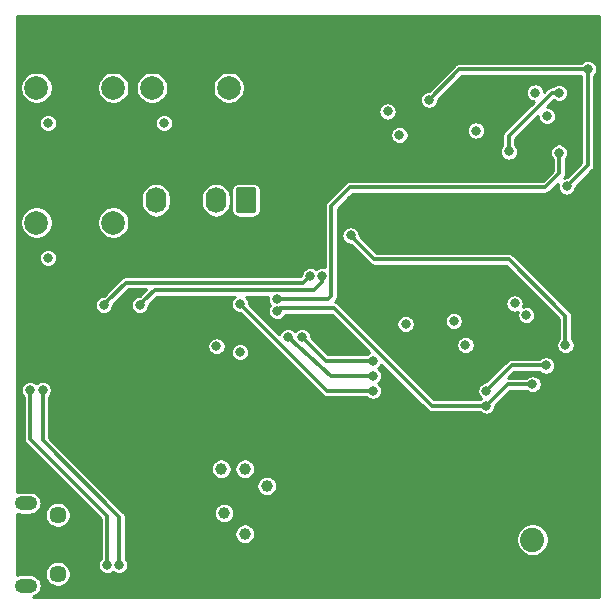
<source format=gbr>
G04 #@! TF.GenerationSoftware,KiCad,Pcbnew,(5.1.5)-3*
G04 #@! TF.CreationDate,2020-05-23T10:42:04+01:00*
G04 #@! TF.ProjectId,Chronos,4368726f-6e6f-4732-9e6b-696361645f70,X302*
G04 #@! TF.SameCoordinates,Original*
G04 #@! TF.FileFunction,Copper,L4,Bot*
G04 #@! TF.FilePolarity,Positive*
%FSLAX46Y46*%
G04 Gerber Fmt 4.6, Leading zero omitted, Abs format (unit mm)*
G04 Created by KiCad (PCBNEW (5.1.5)-3) date 2020-05-23 10:42:04*
%MOMM*%
%LPD*%
G04 APERTURE LIST*
%ADD10C,2.000000*%
%ADD11C,2.250000*%
%ADD12C,2.050000*%
%ADD13O,1.740000X2.200000*%
%ADD14C,0.100000*%
%ADD15O,1.900000X1.200000*%
%ADD16C,1.450000*%
%ADD17C,0.800000*%
%ADD18C,1.000000*%
%ADD19C,0.350000*%
%ADD20C,0.250000*%
G04 APERTURE END LIST*
D10*
X199300000Y-112000000D03*
X199300000Y-116500000D03*
X192800000Y-112000000D03*
X192800000Y-116500000D03*
X189500000Y-112000000D03*
X189500000Y-116500000D03*
X183000000Y-112000000D03*
X183000000Y-116500000D03*
X189500000Y-123400000D03*
X189500000Y-127900000D03*
X183000000Y-123400000D03*
X183000000Y-127900000D03*
D11*
X222460000Y-157290000D03*
X222460000Y-152210000D03*
X227540000Y-152210000D03*
X227540000Y-157290000D03*
D12*
X225000000Y-154750000D03*
D13*
X193130000Y-126000000D03*
X195670000Y-126000000D03*
X198210000Y-126000000D03*
G04 #@! TA.AperFunction,ComponentPad*
D14*
G36*
X201394505Y-124901204D02*
G01*
X201418773Y-124904804D01*
X201442572Y-124910765D01*
X201465671Y-124919030D01*
X201487850Y-124929520D01*
X201508893Y-124942132D01*
X201528599Y-124956747D01*
X201546777Y-124973223D01*
X201563253Y-124991401D01*
X201577868Y-125011107D01*
X201590480Y-125032150D01*
X201600970Y-125054329D01*
X201609235Y-125077428D01*
X201615196Y-125101227D01*
X201618796Y-125125495D01*
X201620000Y-125149999D01*
X201620000Y-126850001D01*
X201618796Y-126874505D01*
X201615196Y-126898773D01*
X201609235Y-126922572D01*
X201600970Y-126945671D01*
X201590480Y-126967850D01*
X201577868Y-126988893D01*
X201563253Y-127008599D01*
X201546777Y-127026777D01*
X201528599Y-127043253D01*
X201508893Y-127057868D01*
X201487850Y-127070480D01*
X201465671Y-127080970D01*
X201442572Y-127089235D01*
X201418773Y-127095196D01*
X201394505Y-127098796D01*
X201370001Y-127100000D01*
X200129999Y-127100000D01*
X200105495Y-127098796D01*
X200081227Y-127095196D01*
X200057428Y-127089235D01*
X200034329Y-127080970D01*
X200012150Y-127070480D01*
X199991107Y-127057868D01*
X199971401Y-127043253D01*
X199953223Y-127026777D01*
X199936747Y-127008599D01*
X199922132Y-126988893D01*
X199909520Y-126967850D01*
X199899030Y-126945671D01*
X199890765Y-126922572D01*
X199884804Y-126898773D01*
X199881204Y-126874505D01*
X199880000Y-126850001D01*
X199880000Y-125149999D01*
X199881204Y-125125495D01*
X199884804Y-125101227D01*
X199890765Y-125077428D01*
X199899030Y-125054329D01*
X199909520Y-125032150D01*
X199922132Y-125011107D01*
X199936747Y-124991401D01*
X199953223Y-124973223D01*
X199971401Y-124956747D01*
X199991107Y-124942132D01*
X200012150Y-124929520D01*
X200034329Y-124919030D01*
X200057428Y-124910765D01*
X200081227Y-124904804D01*
X200105495Y-124901204D01*
X200129999Y-124900000D01*
X201370001Y-124900000D01*
X201394505Y-124901204D01*
G37*
G04 #@! TD.AperFunction*
D15*
X182112500Y-158650000D03*
X182112500Y-151650000D03*
D16*
X184812500Y-157650000D03*
X184812500Y-152650000D03*
D17*
X223265000Y-117900000D03*
X223265000Y-118900000D03*
X184600000Y-144060000D03*
X190800000Y-138460000D03*
X189800000Y-138460000D03*
X192100000Y-145400000D03*
D18*
X193650000Y-147250000D03*
X196150000Y-149250000D03*
X202500000Y-153600000D03*
X196150000Y-147250000D03*
X186791249Y-151800000D03*
D17*
X187800000Y-130300000D03*
X187800000Y-131375000D03*
X185250000Y-138460000D03*
X187300000Y-134890000D03*
X200250000Y-135915000D03*
X198250000Y-136465000D03*
X204750000Y-147600000D03*
X202500000Y-147600000D03*
X211500000Y-139595000D03*
X211500000Y-143405000D03*
X216365000Y-138250000D03*
X216365000Y-137250000D03*
X226800000Y-145800000D03*
X221515000Y-136750000D03*
X221515000Y-135750000D03*
X229735000Y-130900000D03*
X228550000Y-127850000D03*
X225000000Y-124085000D03*
X217235000Y-134500000D03*
X217235000Y-133500000D03*
X217235000Y-132500000D03*
X217235000Y-129500000D03*
X215725000Y-126450000D03*
X210600000Y-126030000D03*
X209600000Y-126030000D03*
X219200000Y-124020000D03*
X218200000Y-124020000D03*
X217200000Y-124020000D03*
X210765000Y-120500000D03*
X210765000Y-119500000D03*
X218205000Y-119500000D03*
X218205000Y-118500000D03*
X186300000Y-156900000D03*
X185900000Y-142090000D03*
X206700000Y-137600000D03*
X206700000Y-136400000D03*
X207900000Y-137600000D03*
X207900000Y-136400000D03*
X205500000Y-137600000D03*
X225235000Y-116900000D03*
X226235000Y-118900000D03*
X212735000Y-118500000D03*
X213735000Y-120500000D03*
X220200000Y-120115000D03*
X214265000Y-136485000D03*
X223485000Y-134750000D03*
X198250000Y-138385000D03*
X200250000Y-138885000D03*
X218335000Y-136250000D03*
X219335000Y-138250000D03*
X193800000Y-119485000D03*
X184000000Y-119485000D03*
X184000000Y-130885000D03*
D18*
X200650000Y-154250000D03*
X198900000Y-152500000D03*
X198650000Y-148750000D03*
X202500000Y-150200000D03*
X200650000Y-148750000D03*
D17*
X224485000Y-135750000D03*
X221100000Y-142135000D03*
X226150000Y-140000000D03*
X225000000Y-141600000D03*
X203400000Y-135400000D03*
X221100000Y-143405000D03*
X223000000Y-121885000D03*
X227250000Y-116915000D03*
X203400000Y-134400000D03*
X227264431Y-121985569D03*
X227900000Y-124850000D03*
X229685000Y-114915000D03*
X216235000Y-117500000D03*
X227800000Y-138300000D03*
X209600000Y-129000000D03*
X189000000Y-156900000D03*
X182475000Y-142090000D03*
X190000000Y-156900000D03*
X183537500Y-142090000D03*
X211500000Y-140865000D03*
X204300000Y-137600000D03*
X206200000Y-132400000D03*
X188700000Y-134890000D03*
X207200000Y-132400000D03*
X191750000Y-134890000D03*
X211500000Y-142135000D03*
X200250000Y-134800000D03*
D19*
X223235000Y-140000000D02*
X221100000Y-142135000D01*
X226150000Y-140000000D02*
X223235000Y-140000000D01*
X221100000Y-143405000D02*
X216457002Y-143405000D01*
X225000000Y-141600000D02*
X222905000Y-141600000D01*
X216457002Y-143405000D02*
X208227003Y-135175001D01*
X222905000Y-141600000D02*
X221100000Y-143405000D01*
X208227003Y-135175001D02*
X203624999Y-135175001D01*
X203624999Y-135175001D02*
X203400000Y-135400000D01*
X223000000Y-121319315D02*
X223000000Y-121885000D01*
X223000000Y-120599315D02*
X223000000Y-121319315D01*
X226684315Y-116915000D02*
X223000000Y-120599315D01*
X227250000Y-116915000D02*
X226684315Y-116915000D01*
X207975001Y-126507997D02*
X209582998Y-124900000D01*
X203400000Y-134400000D02*
X207700000Y-134400000D01*
X207700000Y-134400000D02*
X207975001Y-134124999D01*
X227264431Y-122551254D02*
X227264431Y-121985569D01*
X226100000Y-124900000D02*
X227264431Y-123735569D01*
X227264431Y-123735569D02*
X227264431Y-122551254D01*
X207975001Y-134124999D02*
X207975001Y-126507997D01*
X209582998Y-124900000D02*
X226100000Y-124900000D01*
X218820000Y-114915000D02*
X216235000Y-117500000D01*
X229685000Y-114915000D02*
X218820000Y-114915000D01*
X229685000Y-123065000D02*
X227900000Y-124850000D01*
X229685000Y-114915000D02*
X229685000Y-123065000D01*
X209999999Y-129399999D02*
X209600000Y-129000000D01*
X211600000Y-131000000D02*
X209999999Y-129399999D01*
X223000000Y-131000000D02*
X211600000Y-131000000D01*
X227800000Y-138300000D02*
X227800000Y-135800000D01*
X227800000Y-135800000D02*
X223000000Y-131000000D01*
X182475000Y-142655685D02*
X182475000Y-142090000D01*
X182475000Y-146225000D02*
X182475000Y-142655685D01*
X189000000Y-156900000D02*
X189000000Y-152750000D01*
X189000000Y-152750000D02*
X182475000Y-146225000D01*
X183537500Y-146337500D02*
X183537500Y-142655685D01*
X190000000Y-156900000D02*
X190000000Y-152800000D01*
X183537500Y-142655685D02*
X183537500Y-142090000D01*
X190000000Y-152800000D02*
X183537500Y-146337500D01*
X207965000Y-140865000D02*
X211500000Y-140865000D01*
X204300000Y-137600000D02*
X207965000Y-140865000D01*
X189099999Y-134490001D02*
X188700000Y-134890000D01*
X190590000Y-133000000D02*
X189099999Y-134490001D01*
X206200000Y-132400000D02*
X205600000Y-133000000D01*
X205600000Y-133000000D02*
X190590000Y-133000000D01*
X192149999Y-134490001D02*
X191750000Y-134890000D01*
X206540686Y-133624999D02*
X193015001Y-133624999D01*
X207200000Y-132965685D02*
X206540686Y-133624999D01*
X193015001Y-133624999D02*
X192149999Y-134490001D01*
X207200000Y-132400000D02*
X207200000Y-132965685D01*
X207585000Y-142135000D02*
X200250000Y-134800000D01*
X211500000Y-142135000D02*
X207585000Y-142135000D01*
X207495000Y-139595000D02*
X205500000Y-137600000D01*
X211500000Y-139595000D02*
X207495000Y-139595000D01*
D20*
G36*
X230600001Y-159600000D02*
G01*
X182689539Y-159600000D01*
X182837421Y-159555140D01*
X183006802Y-159464605D01*
X183155265Y-159342765D01*
X183277105Y-159194302D01*
X183367640Y-159024921D01*
X183423392Y-158841133D01*
X183442217Y-158650000D01*
X183423392Y-158458867D01*
X183367640Y-158275079D01*
X183277105Y-158105698D01*
X183155265Y-157957235D01*
X183006802Y-157835395D01*
X182837421Y-157744860D01*
X182653633Y-157689108D01*
X182510392Y-157675000D01*
X181714608Y-157675000D01*
X181571367Y-157689108D01*
X181400000Y-157741092D01*
X181400000Y-157541659D01*
X183712500Y-157541659D01*
X183712500Y-157758341D01*
X183754773Y-157970858D01*
X183837693Y-158171045D01*
X183958075Y-158351209D01*
X184111291Y-158504425D01*
X184291455Y-158624807D01*
X184491642Y-158707727D01*
X184704159Y-158750000D01*
X184920841Y-158750000D01*
X185133358Y-158707727D01*
X185333545Y-158624807D01*
X185513709Y-158504425D01*
X185666925Y-158351209D01*
X185787307Y-158171045D01*
X185870227Y-157970858D01*
X185912500Y-157758341D01*
X185912500Y-157541659D01*
X185870227Y-157329142D01*
X185787307Y-157128955D01*
X185666925Y-156948791D01*
X185513709Y-156795575D01*
X185333545Y-156675193D01*
X185133358Y-156592273D01*
X184920841Y-156550000D01*
X184704159Y-156550000D01*
X184491642Y-156592273D01*
X184291455Y-156675193D01*
X184111291Y-156795575D01*
X183958075Y-156948791D01*
X183837693Y-157128955D01*
X183754773Y-157329142D01*
X183712500Y-157541659D01*
X181400000Y-157541659D01*
X181400000Y-152558908D01*
X181571367Y-152610892D01*
X181714608Y-152625000D01*
X182510392Y-152625000D01*
X182653633Y-152610892D01*
X182837421Y-152555140D01*
X182862642Y-152541659D01*
X183712500Y-152541659D01*
X183712500Y-152758341D01*
X183754773Y-152970858D01*
X183837693Y-153171045D01*
X183958075Y-153351209D01*
X184111291Y-153504425D01*
X184291455Y-153624807D01*
X184491642Y-153707727D01*
X184704159Y-153750000D01*
X184920841Y-153750000D01*
X185133358Y-153707727D01*
X185333545Y-153624807D01*
X185513709Y-153504425D01*
X185666925Y-153351209D01*
X185787307Y-153171045D01*
X185870227Y-152970858D01*
X185912500Y-152758341D01*
X185912500Y-152541659D01*
X185870227Y-152329142D01*
X185787307Y-152128955D01*
X185666925Y-151948791D01*
X185513709Y-151795575D01*
X185333545Y-151675193D01*
X185133358Y-151592273D01*
X184920841Y-151550000D01*
X184704159Y-151550000D01*
X184491642Y-151592273D01*
X184291455Y-151675193D01*
X184111291Y-151795575D01*
X183958075Y-151948791D01*
X183837693Y-152128955D01*
X183754773Y-152329142D01*
X183712500Y-152541659D01*
X182862642Y-152541659D01*
X183006802Y-152464605D01*
X183155265Y-152342765D01*
X183277105Y-152194302D01*
X183367640Y-152024921D01*
X183423392Y-151841133D01*
X183442217Y-151650000D01*
X183423392Y-151458867D01*
X183367640Y-151275079D01*
X183277105Y-151105698D01*
X183155265Y-150957235D01*
X183006802Y-150835395D01*
X182837421Y-150744860D01*
X182653633Y-150689108D01*
X182510392Y-150675000D01*
X181714608Y-150675000D01*
X181571367Y-150689108D01*
X181400000Y-150741092D01*
X181400000Y-142013669D01*
X181700000Y-142013669D01*
X181700000Y-142166331D01*
X181729783Y-142316059D01*
X181788204Y-142457100D01*
X181873018Y-142584034D01*
X181925000Y-142636016D01*
X181925000Y-142682702D01*
X181925001Y-142682712D01*
X181925000Y-146197992D01*
X181922340Y-146225000D01*
X181925000Y-146252008D01*
X181925000Y-146252017D01*
X181932958Y-146332818D01*
X181964408Y-146436493D01*
X182015479Y-146532042D01*
X182084210Y-146615790D01*
X182105196Y-146633013D01*
X188450001Y-152977818D01*
X188450000Y-156353984D01*
X188398018Y-156405966D01*
X188313204Y-156532900D01*
X188254783Y-156673941D01*
X188225000Y-156823669D01*
X188225000Y-156976331D01*
X188254783Y-157126059D01*
X188313204Y-157267100D01*
X188398018Y-157394034D01*
X188505966Y-157501982D01*
X188632900Y-157586796D01*
X188773941Y-157645217D01*
X188923669Y-157675000D01*
X189076331Y-157675000D01*
X189226059Y-157645217D01*
X189367100Y-157586796D01*
X189494034Y-157501982D01*
X189500000Y-157496016D01*
X189505966Y-157501982D01*
X189632900Y-157586796D01*
X189773941Y-157645217D01*
X189923669Y-157675000D01*
X190076331Y-157675000D01*
X190226059Y-157645217D01*
X190367100Y-157586796D01*
X190494034Y-157501982D01*
X190601982Y-157394034D01*
X190686796Y-157267100D01*
X190745217Y-157126059D01*
X190775000Y-156976331D01*
X190775000Y-156823669D01*
X190745217Y-156673941D01*
X190686796Y-156532900D01*
X190601982Y-156405966D01*
X190550000Y-156353984D01*
X190550000Y-154163820D01*
X199775000Y-154163820D01*
X199775000Y-154336180D01*
X199808626Y-154505228D01*
X199874585Y-154664468D01*
X199970343Y-154807780D01*
X200092220Y-154929657D01*
X200235532Y-155025415D01*
X200394772Y-155091374D01*
X200563820Y-155125000D01*
X200736180Y-155125000D01*
X200905228Y-155091374D01*
X201064468Y-155025415D01*
X201207780Y-154929657D01*
X201329657Y-154807780D01*
X201425415Y-154664468D01*
X201447101Y-154612112D01*
X223600000Y-154612112D01*
X223600000Y-154887888D01*
X223653801Y-155158365D01*
X223759336Y-155413149D01*
X223912549Y-155642448D01*
X224107552Y-155837451D01*
X224336851Y-155990664D01*
X224591635Y-156096199D01*
X224862112Y-156150000D01*
X225137888Y-156150000D01*
X225408365Y-156096199D01*
X225663149Y-155990664D01*
X225892448Y-155837451D01*
X226087451Y-155642448D01*
X226240664Y-155413149D01*
X226346199Y-155158365D01*
X226400000Y-154887888D01*
X226400000Y-154612112D01*
X226346199Y-154341635D01*
X226240664Y-154086851D01*
X226087451Y-153857552D01*
X225892448Y-153662549D01*
X225663149Y-153509336D01*
X225408365Y-153403801D01*
X225137888Y-153350000D01*
X224862112Y-153350000D01*
X224591635Y-153403801D01*
X224336851Y-153509336D01*
X224107552Y-153662549D01*
X223912549Y-153857552D01*
X223759336Y-154086851D01*
X223653801Y-154341635D01*
X223600000Y-154612112D01*
X201447101Y-154612112D01*
X201491374Y-154505228D01*
X201525000Y-154336180D01*
X201525000Y-154163820D01*
X201491374Y-153994772D01*
X201425415Y-153835532D01*
X201329657Y-153692220D01*
X201207780Y-153570343D01*
X201064468Y-153474585D01*
X200905228Y-153408626D01*
X200736180Y-153375000D01*
X200563820Y-153375000D01*
X200394772Y-153408626D01*
X200235532Y-153474585D01*
X200092220Y-153570343D01*
X199970343Y-153692220D01*
X199874585Y-153835532D01*
X199808626Y-153994772D01*
X199775000Y-154163820D01*
X190550000Y-154163820D01*
X190550000Y-152827007D01*
X190552660Y-152799999D01*
X190550000Y-152772991D01*
X190550000Y-152772982D01*
X190542042Y-152692181D01*
X190510592Y-152588506D01*
X190483866Y-152538505D01*
X190459521Y-152492957D01*
X190408013Y-152430195D01*
X190408008Y-152430190D01*
X190394574Y-152413820D01*
X198025000Y-152413820D01*
X198025000Y-152586180D01*
X198058626Y-152755228D01*
X198124585Y-152914468D01*
X198220343Y-153057780D01*
X198342220Y-153179657D01*
X198485532Y-153275415D01*
X198644772Y-153341374D01*
X198813820Y-153375000D01*
X198986180Y-153375000D01*
X199155228Y-153341374D01*
X199314468Y-153275415D01*
X199457780Y-153179657D01*
X199579657Y-153057780D01*
X199675415Y-152914468D01*
X199741374Y-152755228D01*
X199775000Y-152586180D01*
X199775000Y-152413820D01*
X199741374Y-152244772D01*
X199675415Y-152085532D01*
X199579657Y-151942220D01*
X199457780Y-151820343D01*
X199314468Y-151724585D01*
X199155228Y-151658626D01*
X198986180Y-151625000D01*
X198813820Y-151625000D01*
X198644772Y-151658626D01*
X198485532Y-151724585D01*
X198342220Y-151820343D01*
X198220343Y-151942220D01*
X198124585Y-152085532D01*
X198058626Y-152244772D01*
X198025000Y-152413820D01*
X190394574Y-152413820D01*
X190390790Y-152409210D01*
X190369810Y-152391992D01*
X188091638Y-150113820D01*
X201625000Y-150113820D01*
X201625000Y-150286180D01*
X201658626Y-150455228D01*
X201724585Y-150614468D01*
X201820343Y-150757780D01*
X201942220Y-150879657D01*
X202085532Y-150975415D01*
X202244772Y-151041374D01*
X202413820Y-151075000D01*
X202586180Y-151075000D01*
X202755228Y-151041374D01*
X202914468Y-150975415D01*
X203057780Y-150879657D01*
X203179657Y-150757780D01*
X203275415Y-150614468D01*
X203341374Y-150455228D01*
X203375000Y-150286180D01*
X203375000Y-150113820D01*
X203341374Y-149944772D01*
X203275415Y-149785532D01*
X203179657Y-149642220D01*
X203057780Y-149520343D01*
X202914468Y-149424585D01*
X202755228Y-149358626D01*
X202586180Y-149325000D01*
X202413820Y-149325000D01*
X202244772Y-149358626D01*
X202085532Y-149424585D01*
X201942220Y-149520343D01*
X201820343Y-149642220D01*
X201724585Y-149785532D01*
X201658626Y-149944772D01*
X201625000Y-150113820D01*
X188091638Y-150113820D01*
X186641638Y-148663820D01*
X197775000Y-148663820D01*
X197775000Y-148836180D01*
X197808626Y-149005228D01*
X197874585Y-149164468D01*
X197970343Y-149307780D01*
X198092220Y-149429657D01*
X198235532Y-149525415D01*
X198394772Y-149591374D01*
X198563820Y-149625000D01*
X198736180Y-149625000D01*
X198905228Y-149591374D01*
X199064468Y-149525415D01*
X199207780Y-149429657D01*
X199329657Y-149307780D01*
X199425415Y-149164468D01*
X199491374Y-149005228D01*
X199525000Y-148836180D01*
X199525000Y-148663820D01*
X199775000Y-148663820D01*
X199775000Y-148836180D01*
X199808626Y-149005228D01*
X199874585Y-149164468D01*
X199970343Y-149307780D01*
X200092220Y-149429657D01*
X200235532Y-149525415D01*
X200394772Y-149591374D01*
X200563820Y-149625000D01*
X200736180Y-149625000D01*
X200905228Y-149591374D01*
X201064468Y-149525415D01*
X201207780Y-149429657D01*
X201329657Y-149307780D01*
X201425415Y-149164468D01*
X201491374Y-149005228D01*
X201525000Y-148836180D01*
X201525000Y-148663820D01*
X201491374Y-148494772D01*
X201425415Y-148335532D01*
X201329657Y-148192220D01*
X201207780Y-148070343D01*
X201064468Y-147974585D01*
X200905228Y-147908626D01*
X200736180Y-147875000D01*
X200563820Y-147875000D01*
X200394772Y-147908626D01*
X200235532Y-147974585D01*
X200092220Y-148070343D01*
X199970343Y-148192220D01*
X199874585Y-148335532D01*
X199808626Y-148494772D01*
X199775000Y-148663820D01*
X199525000Y-148663820D01*
X199491374Y-148494772D01*
X199425415Y-148335532D01*
X199329657Y-148192220D01*
X199207780Y-148070343D01*
X199064468Y-147974585D01*
X198905228Y-147908626D01*
X198736180Y-147875000D01*
X198563820Y-147875000D01*
X198394772Y-147908626D01*
X198235532Y-147974585D01*
X198092220Y-148070343D01*
X197970343Y-148192220D01*
X197874585Y-148335532D01*
X197808626Y-148494772D01*
X197775000Y-148663820D01*
X186641638Y-148663820D01*
X184087500Y-146109683D01*
X184087500Y-142636016D01*
X184139482Y-142584034D01*
X184224296Y-142457100D01*
X184282717Y-142316059D01*
X184312500Y-142166331D01*
X184312500Y-142013669D01*
X184282717Y-141863941D01*
X184224296Y-141722900D01*
X184139482Y-141595966D01*
X184031534Y-141488018D01*
X183904600Y-141403204D01*
X183763559Y-141344783D01*
X183613831Y-141315000D01*
X183461169Y-141315000D01*
X183311441Y-141344783D01*
X183170400Y-141403204D01*
X183043466Y-141488018D01*
X183006250Y-141525234D01*
X182969034Y-141488018D01*
X182842100Y-141403204D01*
X182701059Y-141344783D01*
X182551331Y-141315000D01*
X182398669Y-141315000D01*
X182248941Y-141344783D01*
X182107900Y-141403204D01*
X181980966Y-141488018D01*
X181873018Y-141595966D01*
X181788204Y-141722900D01*
X181729783Y-141863941D01*
X181700000Y-142013669D01*
X181400000Y-142013669D01*
X181400000Y-138308669D01*
X197475000Y-138308669D01*
X197475000Y-138461331D01*
X197504783Y-138611059D01*
X197563204Y-138752100D01*
X197648018Y-138879034D01*
X197755966Y-138986982D01*
X197882900Y-139071796D01*
X198023941Y-139130217D01*
X198173669Y-139160000D01*
X198326331Y-139160000D01*
X198476059Y-139130217D01*
X198617100Y-139071796D01*
X198744034Y-138986982D01*
X198851982Y-138879034D01*
X198898998Y-138808669D01*
X199475000Y-138808669D01*
X199475000Y-138961331D01*
X199504783Y-139111059D01*
X199563204Y-139252100D01*
X199648018Y-139379034D01*
X199755966Y-139486982D01*
X199882900Y-139571796D01*
X200023941Y-139630217D01*
X200173669Y-139660000D01*
X200326331Y-139660000D01*
X200476059Y-139630217D01*
X200617100Y-139571796D01*
X200744034Y-139486982D01*
X200851982Y-139379034D01*
X200936796Y-139252100D01*
X200995217Y-139111059D01*
X201025000Y-138961331D01*
X201025000Y-138808669D01*
X200995217Y-138658941D01*
X200936796Y-138517900D01*
X200851982Y-138390966D01*
X200744034Y-138283018D01*
X200617100Y-138198204D01*
X200476059Y-138139783D01*
X200326331Y-138110000D01*
X200173669Y-138110000D01*
X200023941Y-138139783D01*
X199882900Y-138198204D01*
X199755966Y-138283018D01*
X199648018Y-138390966D01*
X199563204Y-138517900D01*
X199504783Y-138658941D01*
X199475000Y-138808669D01*
X198898998Y-138808669D01*
X198936796Y-138752100D01*
X198995217Y-138611059D01*
X199025000Y-138461331D01*
X199025000Y-138308669D01*
X198995217Y-138158941D01*
X198936796Y-138017900D01*
X198851982Y-137890966D01*
X198744034Y-137783018D01*
X198617100Y-137698204D01*
X198476059Y-137639783D01*
X198326331Y-137610000D01*
X198173669Y-137610000D01*
X198023941Y-137639783D01*
X197882900Y-137698204D01*
X197755966Y-137783018D01*
X197648018Y-137890966D01*
X197563204Y-138017900D01*
X197504783Y-138158941D01*
X197475000Y-138308669D01*
X181400000Y-138308669D01*
X181400000Y-134813669D01*
X187925000Y-134813669D01*
X187925000Y-134966331D01*
X187954783Y-135116059D01*
X188013204Y-135257100D01*
X188098018Y-135384034D01*
X188205966Y-135491982D01*
X188332900Y-135576796D01*
X188473941Y-135635217D01*
X188623669Y-135665000D01*
X188776331Y-135665000D01*
X188926059Y-135635217D01*
X189067100Y-135576796D01*
X189194034Y-135491982D01*
X189301982Y-135384034D01*
X189386796Y-135257100D01*
X189445217Y-135116059D01*
X189475000Y-134966331D01*
X189475000Y-134892818D01*
X189508012Y-134859806D01*
X189508017Y-134859800D01*
X190817817Y-133550000D01*
X192312183Y-133550000D01*
X191780200Y-134081983D01*
X191780194Y-134081988D01*
X191747182Y-134115000D01*
X191673669Y-134115000D01*
X191523941Y-134144783D01*
X191382900Y-134203204D01*
X191255966Y-134288018D01*
X191148018Y-134395966D01*
X191063204Y-134522900D01*
X191004783Y-134663941D01*
X190975000Y-134813669D01*
X190975000Y-134966331D01*
X191004783Y-135116059D01*
X191063204Y-135257100D01*
X191148018Y-135384034D01*
X191255966Y-135491982D01*
X191382900Y-135576796D01*
X191523941Y-135635217D01*
X191673669Y-135665000D01*
X191826331Y-135665000D01*
X191976059Y-135635217D01*
X192117100Y-135576796D01*
X192244034Y-135491982D01*
X192351982Y-135384034D01*
X192436796Y-135257100D01*
X192495217Y-135116059D01*
X192525000Y-134966331D01*
X192525000Y-134892818D01*
X192558012Y-134859806D01*
X192558017Y-134859800D01*
X193242818Y-134174999D01*
X199790417Y-134174999D01*
X199755966Y-134198018D01*
X199648018Y-134305966D01*
X199563204Y-134432900D01*
X199504783Y-134573941D01*
X199475000Y-134723669D01*
X199475000Y-134876331D01*
X199504783Y-135026059D01*
X199563204Y-135167100D01*
X199648018Y-135294034D01*
X199755966Y-135401982D01*
X199882900Y-135486796D01*
X200023941Y-135545217D01*
X200173669Y-135575000D01*
X200247183Y-135575000D01*
X207176992Y-142504810D01*
X207194210Y-142525790D01*
X207215190Y-142543008D01*
X207215195Y-142543013D01*
X207265180Y-142584034D01*
X207277958Y-142594521D01*
X207373506Y-142645592D01*
X207477181Y-142677042D01*
X207557982Y-142685000D01*
X207557991Y-142685000D01*
X207584999Y-142687660D01*
X207612007Y-142685000D01*
X210953984Y-142685000D01*
X211005966Y-142736982D01*
X211132900Y-142821796D01*
X211273941Y-142880217D01*
X211423669Y-142910000D01*
X211576331Y-142910000D01*
X211726059Y-142880217D01*
X211867100Y-142821796D01*
X211994034Y-142736982D01*
X212101982Y-142629034D01*
X212186796Y-142502100D01*
X212245217Y-142361059D01*
X212275000Y-142211331D01*
X212275000Y-142058669D01*
X212245217Y-141908941D01*
X212186796Y-141767900D01*
X212101982Y-141640966D01*
X211994034Y-141533018D01*
X211944619Y-141500000D01*
X211994034Y-141466982D01*
X212101982Y-141359034D01*
X212186796Y-141232100D01*
X212245217Y-141091059D01*
X212275000Y-140941331D01*
X212275000Y-140788669D01*
X212245217Y-140638941D01*
X212186796Y-140497900D01*
X212101982Y-140370966D01*
X211994034Y-140263018D01*
X211944619Y-140230000D01*
X211994034Y-140196982D01*
X212101982Y-140089034D01*
X212186796Y-139962100D01*
X212201291Y-139927106D01*
X216048994Y-143774810D01*
X216066212Y-143795790D01*
X216087192Y-143813008D01*
X216087197Y-143813013D01*
X216139099Y-143855607D01*
X216149960Y-143864521D01*
X216245508Y-143915592D01*
X216349183Y-143947042D01*
X216429984Y-143955000D01*
X216429993Y-143955000D01*
X216457001Y-143957660D01*
X216484009Y-143955000D01*
X220553984Y-143955000D01*
X220605966Y-144006982D01*
X220732900Y-144091796D01*
X220873941Y-144150217D01*
X221023669Y-144180000D01*
X221176331Y-144180000D01*
X221326059Y-144150217D01*
X221467100Y-144091796D01*
X221594034Y-144006982D01*
X221701982Y-143899034D01*
X221786796Y-143772100D01*
X221845217Y-143631059D01*
X221875000Y-143481331D01*
X221875000Y-143407817D01*
X223132818Y-142150000D01*
X224453984Y-142150000D01*
X224505966Y-142201982D01*
X224632900Y-142286796D01*
X224773941Y-142345217D01*
X224923669Y-142375000D01*
X225076331Y-142375000D01*
X225226059Y-142345217D01*
X225367100Y-142286796D01*
X225494034Y-142201982D01*
X225601982Y-142094034D01*
X225686796Y-141967100D01*
X225745217Y-141826059D01*
X225775000Y-141676331D01*
X225775000Y-141523669D01*
X225745217Y-141373941D01*
X225686796Y-141232900D01*
X225601982Y-141105966D01*
X225494034Y-140998018D01*
X225367100Y-140913204D01*
X225226059Y-140854783D01*
X225076331Y-140825000D01*
X224923669Y-140825000D01*
X224773941Y-140854783D01*
X224632900Y-140913204D01*
X224505966Y-140998018D01*
X224453984Y-141050000D01*
X222962818Y-141050000D01*
X223462818Y-140550000D01*
X225603984Y-140550000D01*
X225655966Y-140601982D01*
X225782900Y-140686796D01*
X225923941Y-140745217D01*
X226073669Y-140775000D01*
X226226331Y-140775000D01*
X226376059Y-140745217D01*
X226517100Y-140686796D01*
X226644034Y-140601982D01*
X226751982Y-140494034D01*
X226836796Y-140367100D01*
X226895217Y-140226059D01*
X226925000Y-140076331D01*
X226925000Y-139923669D01*
X226895217Y-139773941D01*
X226836796Y-139632900D01*
X226751982Y-139505966D01*
X226644034Y-139398018D01*
X226517100Y-139313204D01*
X226376059Y-139254783D01*
X226226331Y-139225000D01*
X226073669Y-139225000D01*
X225923941Y-139254783D01*
X225782900Y-139313204D01*
X225655966Y-139398018D01*
X225603984Y-139450000D01*
X223262008Y-139450000D01*
X223235000Y-139447340D01*
X223207992Y-139450000D01*
X223207982Y-139450000D01*
X223127181Y-139457958D01*
X223023506Y-139489408D01*
X222992528Y-139505966D01*
X222927958Y-139540479D01*
X222865195Y-139591987D01*
X222865190Y-139591992D01*
X222844210Y-139609210D01*
X222826992Y-139630190D01*
X221097183Y-141360000D01*
X221023669Y-141360000D01*
X220873941Y-141389783D01*
X220732900Y-141448204D01*
X220605966Y-141533018D01*
X220498018Y-141640966D01*
X220413204Y-141767900D01*
X220354783Y-141908941D01*
X220325000Y-142058669D01*
X220325000Y-142211331D01*
X220354783Y-142361059D01*
X220413204Y-142502100D01*
X220498018Y-142629034D01*
X220605966Y-142736982D01*
X220655381Y-142770000D01*
X220605966Y-142803018D01*
X220553984Y-142855000D01*
X216684820Y-142855000D01*
X212003489Y-138173669D01*
X218560000Y-138173669D01*
X218560000Y-138326331D01*
X218589783Y-138476059D01*
X218648204Y-138617100D01*
X218733018Y-138744034D01*
X218840966Y-138851982D01*
X218967900Y-138936796D01*
X219108941Y-138995217D01*
X219258669Y-139025000D01*
X219411331Y-139025000D01*
X219561059Y-138995217D01*
X219702100Y-138936796D01*
X219829034Y-138851982D01*
X219936982Y-138744034D01*
X220021796Y-138617100D01*
X220080217Y-138476059D01*
X220110000Y-138326331D01*
X220110000Y-138173669D01*
X220080217Y-138023941D01*
X220021796Y-137882900D01*
X219936982Y-137755966D01*
X219829034Y-137648018D01*
X219702100Y-137563204D01*
X219561059Y-137504783D01*
X219411331Y-137475000D01*
X219258669Y-137475000D01*
X219108941Y-137504783D01*
X218967900Y-137563204D01*
X218840966Y-137648018D01*
X218733018Y-137755966D01*
X218648204Y-137882900D01*
X218589783Y-138023941D01*
X218560000Y-138173669D01*
X212003489Y-138173669D01*
X210238489Y-136408669D01*
X213490000Y-136408669D01*
X213490000Y-136561331D01*
X213519783Y-136711059D01*
X213578204Y-136852100D01*
X213663018Y-136979034D01*
X213770966Y-137086982D01*
X213897900Y-137171796D01*
X214038941Y-137230217D01*
X214188669Y-137260000D01*
X214341331Y-137260000D01*
X214491059Y-137230217D01*
X214632100Y-137171796D01*
X214759034Y-137086982D01*
X214866982Y-136979034D01*
X214951796Y-136852100D01*
X215010217Y-136711059D01*
X215040000Y-136561331D01*
X215040000Y-136408669D01*
X215010217Y-136258941D01*
X214974897Y-136173669D01*
X217560000Y-136173669D01*
X217560000Y-136326331D01*
X217589783Y-136476059D01*
X217648204Y-136617100D01*
X217733018Y-136744034D01*
X217840966Y-136851982D01*
X217967900Y-136936796D01*
X218108941Y-136995217D01*
X218258669Y-137025000D01*
X218411331Y-137025000D01*
X218561059Y-136995217D01*
X218702100Y-136936796D01*
X218829034Y-136851982D01*
X218936982Y-136744034D01*
X219021796Y-136617100D01*
X219080217Y-136476059D01*
X219110000Y-136326331D01*
X219110000Y-136173669D01*
X219080217Y-136023941D01*
X219021796Y-135882900D01*
X218936982Y-135755966D01*
X218829034Y-135648018D01*
X218702100Y-135563204D01*
X218561059Y-135504783D01*
X218411331Y-135475000D01*
X218258669Y-135475000D01*
X218108941Y-135504783D01*
X217967900Y-135563204D01*
X217840966Y-135648018D01*
X217733018Y-135755966D01*
X217648204Y-135882900D01*
X217589783Y-136023941D01*
X217560000Y-136173669D01*
X214974897Y-136173669D01*
X214951796Y-136117900D01*
X214866982Y-135990966D01*
X214759034Y-135883018D01*
X214632100Y-135798204D01*
X214491059Y-135739783D01*
X214341331Y-135710000D01*
X214188669Y-135710000D01*
X214038941Y-135739783D01*
X213897900Y-135798204D01*
X213770966Y-135883018D01*
X213663018Y-135990966D01*
X213578204Y-136117900D01*
X213519783Y-136258941D01*
X213490000Y-136408669D01*
X210238489Y-136408669D01*
X208635016Y-134805197D01*
X208617793Y-134784211D01*
X208534045Y-134715480D01*
X208455822Y-134673669D01*
X222710000Y-134673669D01*
X222710000Y-134826331D01*
X222739783Y-134976059D01*
X222798204Y-135117100D01*
X222883018Y-135244034D01*
X222990966Y-135351982D01*
X223117900Y-135436796D01*
X223258941Y-135495217D01*
X223408669Y-135525000D01*
X223561331Y-135525000D01*
X223711059Y-135495217D01*
X223760094Y-135474906D01*
X223739783Y-135523941D01*
X223710000Y-135673669D01*
X223710000Y-135826331D01*
X223739783Y-135976059D01*
X223798204Y-136117100D01*
X223883018Y-136244034D01*
X223990966Y-136351982D01*
X224117900Y-136436796D01*
X224258941Y-136495217D01*
X224408669Y-136525000D01*
X224561331Y-136525000D01*
X224711059Y-136495217D01*
X224852100Y-136436796D01*
X224979034Y-136351982D01*
X225086982Y-136244034D01*
X225171796Y-136117100D01*
X225230217Y-135976059D01*
X225260000Y-135826331D01*
X225260000Y-135673669D01*
X225230217Y-135523941D01*
X225171796Y-135382900D01*
X225086982Y-135255966D01*
X224979034Y-135148018D01*
X224852100Y-135063204D01*
X224711059Y-135004783D01*
X224561331Y-134975000D01*
X224408669Y-134975000D01*
X224258941Y-135004783D01*
X224209906Y-135025094D01*
X224230217Y-134976059D01*
X224260000Y-134826331D01*
X224260000Y-134673669D01*
X224230217Y-134523941D01*
X224171796Y-134382900D01*
X224086982Y-134255966D01*
X223979034Y-134148018D01*
X223852100Y-134063204D01*
X223711059Y-134004783D01*
X223561331Y-133975000D01*
X223408669Y-133975000D01*
X223258941Y-134004783D01*
X223117900Y-134063204D01*
X222990966Y-134148018D01*
X222883018Y-134255966D01*
X222798204Y-134382900D01*
X222739783Y-134523941D01*
X222710000Y-134673669D01*
X208455822Y-134673669D01*
X208438497Y-134664409D01*
X208334822Y-134632959D01*
X208254021Y-134625001D01*
X208254011Y-134625001D01*
X208252923Y-134624894D01*
X208344805Y-134533012D01*
X208365791Y-134515789D01*
X208434522Y-134432041D01*
X208485593Y-134336493D01*
X208517043Y-134232818D01*
X208525001Y-134152017D01*
X208525001Y-134152008D01*
X208527661Y-134125000D01*
X208525001Y-134097992D01*
X208525001Y-128923669D01*
X208825000Y-128923669D01*
X208825000Y-129076331D01*
X208854783Y-129226059D01*
X208913204Y-129367100D01*
X208998018Y-129494034D01*
X209105966Y-129601982D01*
X209232900Y-129686796D01*
X209373941Y-129745217D01*
X209523669Y-129775000D01*
X209597182Y-129775000D01*
X209630194Y-129808012D01*
X209630199Y-129808016D01*
X211191992Y-131369810D01*
X211209210Y-131390790D01*
X211230190Y-131408008D01*
X211230195Y-131408013D01*
X211292957Y-131459521D01*
X211344028Y-131486818D01*
X211388506Y-131510592D01*
X211492181Y-131542042D01*
X211572982Y-131550000D01*
X211572991Y-131550000D01*
X211599999Y-131552660D01*
X211627007Y-131550000D01*
X222772183Y-131550000D01*
X227250001Y-136027819D01*
X227250000Y-137753984D01*
X227198018Y-137805966D01*
X227113204Y-137932900D01*
X227054783Y-138073941D01*
X227025000Y-138223669D01*
X227025000Y-138376331D01*
X227054783Y-138526059D01*
X227113204Y-138667100D01*
X227198018Y-138794034D01*
X227305966Y-138901982D01*
X227432900Y-138986796D01*
X227573941Y-139045217D01*
X227723669Y-139075000D01*
X227876331Y-139075000D01*
X228026059Y-139045217D01*
X228167100Y-138986796D01*
X228294034Y-138901982D01*
X228401982Y-138794034D01*
X228486796Y-138667100D01*
X228545217Y-138526059D01*
X228575000Y-138376331D01*
X228575000Y-138223669D01*
X228545217Y-138073941D01*
X228486796Y-137932900D01*
X228401982Y-137805966D01*
X228350000Y-137753984D01*
X228350000Y-135827007D01*
X228352660Y-135799999D01*
X228350000Y-135772991D01*
X228350000Y-135772982D01*
X228342042Y-135692181D01*
X228310592Y-135588506D01*
X228265842Y-135504783D01*
X228259521Y-135492957D01*
X228208013Y-135430195D01*
X228208008Y-135430190D01*
X228190790Y-135409210D01*
X228169810Y-135391992D01*
X223408012Y-130630195D01*
X223390790Y-130609210D01*
X223307042Y-130540479D01*
X223211494Y-130489408D01*
X223107819Y-130457958D01*
X223027018Y-130450000D01*
X223027008Y-130450000D01*
X223000000Y-130447340D01*
X222972992Y-130450000D01*
X211827818Y-130450000D01*
X210408016Y-129030199D01*
X210408012Y-129030194D01*
X210375000Y-128997182D01*
X210375000Y-128923669D01*
X210345217Y-128773941D01*
X210286796Y-128632900D01*
X210201982Y-128505966D01*
X210094034Y-128398018D01*
X209967100Y-128313204D01*
X209826059Y-128254783D01*
X209676331Y-128225000D01*
X209523669Y-128225000D01*
X209373941Y-128254783D01*
X209232900Y-128313204D01*
X209105966Y-128398018D01*
X208998018Y-128505966D01*
X208913204Y-128632900D01*
X208854783Y-128773941D01*
X208825000Y-128923669D01*
X208525001Y-128923669D01*
X208525001Y-126735814D01*
X209810816Y-125450000D01*
X226072992Y-125450000D01*
X226100000Y-125452660D01*
X226127008Y-125450000D01*
X226127018Y-125450000D01*
X226207819Y-125442042D01*
X226311494Y-125410592D01*
X226407042Y-125359521D01*
X226425913Y-125344034D01*
X226469804Y-125308013D01*
X226490790Y-125290790D01*
X226508013Y-125269804D01*
X227155424Y-124622394D01*
X227154783Y-124623941D01*
X227125000Y-124773669D01*
X227125000Y-124926331D01*
X227154783Y-125076059D01*
X227213204Y-125217100D01*
X227298018Y-125344034D01*
X227405966Y-125451982D01*
X227532900Y-125536796D01*
X227673941Y-125595217D01*
X227823669Y-125625000D01*
X227976331Y-125625000D01*
X228126059Y-125595217D01*
X228267100Y-125536796D01*
X228394034Y-125451982D01*
X228501982Y-125344034D01*
X228586796Y-125217100D01*
X228645217Y-125076059D01*
X228675000Y-124926331D01*
X228675000Y-124852817D01*
X230054810Y-123473008D01*
X230075790Y-123455790D01*
X230093008Y-123434810D01*
X230093013Y-123434805D01*
X230144520Y-123372043D01*
X230195591Y-123276495D01*
X230195592Y-123276494D01*
X230227042Y-123172819D01*
X230235000Y-123092018D01*
X230235000Y-123092009D01*
X230237660Y-123065001D01*
X230235000Y-123037993D01*
X230235000Y-115461016D01*
X230286982Y-115409034D01*
X230371796Y-115282100D01*
X230430217Y-115141059D01*
X230460000Y-114991331D01*
X230460000Y-114838669D01*
X230430217Y-114688941D01*
X230371796Y-114547900D01*
X230286982Y-114420966D01*
X230179034Y-114313018D01*
X230052100Y-114228204D01*
X229911059Y-114169783D01*
X229761331Y-114140000D01*
X229608669Y-114140000D01*
X229458941Y-114169783D01*
X229317900Y-114228204D01*
X229190966Y-114313018D01*
X229138984Y-114365000D01*
X218847007Y-114365000D01*
X218819999Y-114362340D01*
X218792991Y-114365000D01*
X218792982Y-114365000D01*
X218712181Y-114372958D01*
X218608506Y-114404408D01*
X218577528Y-114420966D01*
X218512957Y-114455479D01*
X218450195Y-114506987D01*
X218450190Y-114506992D01*
X218429210Y-114524210D01*
X218411992Y-114545190D01*
X216232183Y-116725000D01*
X216158669Y-116725000D01*
X216008941Y-116754783D01*
X215867900Y-116813204D01*
X215740966Y-116898018D01*
X215633018Y-117005966D01*
X215548204Y-117132900D01*
X215489783Y-117273941D01*
X215460000Y-117423669D01*
X215460000Y-117576331D01*
X215489783Y-117726059D01*
X215548204Y-117867100D01*
X215633018Y-117994034D01*
X215740966Y-118101982D01*
X215867900Y-118186796D01*
X216008941Y-118245217D01*
X216158669Y-118275000D01*
X216311331Y-118275000D01*
X216461059Y-118245217D01*
X216602100Y-118186796D01*
X216729034Y-118101982D01*
X216836982Y-117994034D01*
X216921796Y-117867100D01*
X216980217Y-117726059D01*
X217010000Y-117576331D01*
X217010000Y-117502817D01*
X219047818Y-115465000D01*
X229135000Y-115465000D01*
X229135001Y-122837181D01*
X227897183Y-124075000D01*
X227823669Y-124075000D01*
X227673941Y-124104783D01*
X227672407Y-124105419D01*
X227672439Y-124105379D01*
X227672444Y-124105374D01*
X227723952Y-124042612D01*
X227775022Y-123947064D01*
X227775023Y-123947063D01*
X227806473Y-123843388D01*
X227814431Y-123762587D01*
X227814431Y-123762578D01*
X227817091Y-123735570D01*
X227814431Y-123708562D01*
X227814431Y-122531585D01*
X227866413Y-122479603D01*
X227951227Y-122352669D01*
X228009648Y-122211628D01*
X228039431Y-122061900D01*
X228039431Y-121909238D01*
X228009648Y-121759510D01*
X227951227Y-121618469D01*
X227866413Y-121491535D01*
X227758465Y-121383587D01*
X227631531Y-121298773D01*
X227490490Y-121240352D01*
X227340762Y-121210569D01*
X227188100Y-121210569D01*
X227038372Y-121240352D01*
X226897331Y-121298773D01*
X226770397Y-121383587D01*
X226662449Y-121491535D01*
X226577635Y-121618469D01*
X226519214Y-121759510D01*
X226489431Y-121909238D01*
X226489431Y-122061900D01*
X226519214Y-122211628D01*
X226577635Y-122352669D01*
X226662449Y-122479603D01*
X226714431Y-122531585D01*
X226714431Y-122578271D01*
X226714432Y-122578281D01*
X226714431Y-123507751D01*
X225872183Y-124350000D01*
X209610005Y-124350000D01*
X209582997Y-124347340D01*
X209555989Y-124350000D01*
X209555980Y-124350000D01*
X209475179Y-124357958D01*
X209371504Y-124389408D01*
X209327026Y-124413182D01*
X209275955Y-124440479D01*
X209213193Y-124491987D01*
X209213188Y-124491992D01*
X209192208Y-124509210D01*
X209174990Y-124530190D01*
X207605192Y-126099989D01*
X207584212Y-126117207D01*
X207566994Y-126138187D01*
X207566988Y-126138193D01*
X207515480Y-126200955D01*
X207464410Y-126296503D01*
X207432960Y-126400179D01*
X207422341Y-126507997D01*
X207425002Y-126535015D01*
X207425001Y-131654573D01*
X207276331Y-131625000D01*
X207123669Y-131625000D01*
X206973941Y-131654783D01*
X206832900Y-131713204D01*
X206705966Y-131798018D01*
X206700000Y-131803984D01*
X206694034Y-131798018D01*
X206567100Y-131713204D01*
X206426059Y-131654783D01*
X206276331Y-131625000D01*
X206123669Y-131625000D01*
X205973941Y-131654783D01*
X205832900Y-131713204D01*
X205705966Y-131798018D01*
X205598018Y-131905966D01*
X205513204Y-132032900D01*
X205454783Y-132173941D01*
X205425000Y-132323669D01*
X205425000Y-132397183D01*
X205372183Y-132450000D01*
X190617011Y-132450000D01*
X190590000Y-132447340D01*
X190562989Y-132450000D01*
X190562982Y-132450000D01*
X190482181Y-132457958D01*
X190378506Y-132489408D01*
X190282958Y-132540479D01*
X190262009Y-132557672D01*
X190199210Y-132609210D01*
X190181987Y-132630196D01*
X188730200Y-134081983D01*
X188730194Y-134081988D01*
X188697182Y-134115000D01*
X188623669Y-134115000D01*
X188473941Y-134144783D01*
X188332900Y-134203204D01*
X188205966Y-134288018D01*
X188098018Y-134395966D01*
X188013204Y-134522900D01*
X187954783Y-134663941D01*
X187925000Y-134813669D01*
X181400000Y-134813669D01*
X181400000Y-130808669D01*
X183225000Y-130808669D01*
X183225000Y-130961331D01*
X183254783Y-131111059D01*
X183313204Y-131252100D01*
X183398018Y-131379034D01*
X183505966Y-131486982D01*
X183632900Y-131571796D01*
X183773941Y-131630217D01*
X183923669Y-131660000D01*
X184076331Y-131660000D01*
X184226059Y-131630217D01*
X184367100Y-131571796D01*
X184494034Y-131486982D01*
X184601982Y-131379034D01*
X184686796Y-131252100D01*
X184745217Y-131111059D01*
X184775000Y-130961331D01*
X184775000Y-130808669D01*
X184745217Y-130658941D01*
X184686796Y-130517900D01*
X184601982Y-130390966D01*
X184494034Y-130283018D01*
X184367100Y-130198204D01*
X184226059Y-130139783D01*
X184076331Y-130110000D01*
X183923669Y-130110000D01*
X183773941Y-130139783D01*
X183632900Y-130198204D01*
X183505966Y-130283018D01*
X183398018Y-130390966D01*
X183313204Y-130517900D01*
X183254783Y-130658941D01*
X183225000Y-130808669D01*
X181400000Y-130808669D01*
X181400000Y-127764574D01*
X181625000Y-127764574D01*
X181625000Y-128035426D01*
X181677841Y-128301073D01*
X181781491Y-128551307D01*
X181931968Y-128776511D01*
X182123489Y-128968032D01*
X182348693Y-129118509D01*
X182598927Y-129222159D01*
X182864574Y-129275000D01*
X183135426Y-129275000D01*
X183401073Y-129222159D01*
X183651307Y-129118509D01*
X183876511Y-128968032D01*
X184068032Y-128776511D01*
X184218509Y-128551307D01*
X184322159Y-128301073D01*
X184375000Y-128035426D01*
X184375000Y-127764574D01*
X188125000Y-127764574D01*
X188125000Y-128035426D01*
X188177841Y-128301073D01*
X188281491Y-128551307D01*
X188431968Y-128776511D01*
X188623489Y-128968032D01*
X188848693Y-129118509D01*
X189098927Y-129222159D01*
X189364574Y-129275000D01*
X189635426Y-129275000D01*
X189901073Y-129222159D01*
X190151307Y-129118509D01*
X190376511Y-128968032D01*
X190568032Y-128776511D01*
X190718509Y-128551307D01*
X190822159Y-128301073D01*
X190875000Y-128035426D01*
X190875000Y-127764574D01*
X190822159Y-127498927D01*
X190718509Y-127248693D01*
X190568032Y-127023489D01*
X190376511Y-126831968D01*
X190151307Y-126681491D01*
X189901073Y-126577841D01*
X189635426Y-126525000D01*
X189364574Y-126525000D01*
X189098927Y-126577841D01*
X188848693Y-126681491D01*
X188623489Y-126831968D01*
X188431968Y-127023489D01*
X188281491Y-127248693D01*
X188177841Y-127498927D01*
X188125000Y-127764574D01*
X184375000Y-127764574D01*
X184322159Y-127498927D01*
X184218509Y-127248693D01*
X184068032Y-127023489D01*
X183876511Y-126831968D01*
X183651307Y-126681491D01*
X183401073Y-126577841D01*
X183135426Y-126525000D01*
X182864574Y-126525000D01*
X182598927Y-126577841D01*
X182348693Y-126681491D01*
X182123489Y-126831968D01*
X181931968Y-127023489D01*
X181781491Y-127248693D01*
X181677841Y-127498927D01*
X181625000Y-127764574D01*
X181400000Y-127764574D01*
X181400000Y-125708837D01*
X191885000Y-125708837D01*
X191885000Y-126291162D01*
X191903014Y-126474062D01*
X191974205Y-126708745D01*
X192089812Y-126925031D01*
X192245392Y-127114608D01*
X192434968Y-127270188D01*
X192651254Y-127385795D01*
X192885937Y-127456986D01*
X193130000Y-127481024D01*
X193374062Y-127456986D01*
X193608745Y-127385795D01*
X193825031Y-127270188D01*
X194014608Y-127114608D01*
X194170188Y-126925032D01*
X194285795Y-126708746D01*
X194356986Y-126474063D01*
X194375000Y-126291163D01*
X194375000Y-125708838D01*
X194375000Y-125708837D01*
X196965000Y-125708837D01*
X196965000Y-126291162D01*
X196983014Y-126474062D01*
X197054205Y-126708745D01*
X197169812Y-126925031D01*
X197325392Y-127114608D01*
X197514968Y-127270188D01*
X197731254Y-127385795D01*
X197965937Y-127456986D01*
X198210000Y-127481024D01*
X198454062Y-127456986D01*
X198688745Y-127385795D01*
X198905031Y-127270188D01*
X199094608Y-127114608D01*
X199250188Y-126925032D01*
X199365795Y-126708746D01*
X199436986Y-126474063D01*
X199455000Y-126291163D01*
X199455000Y-125708838D01*
X199436986Y-125525938D01*
X199365795Y-125291255D01*
X199290293Y-125149999D01*
X199503186Y-125149999D01*
X199503186Y-126850001D01*
X199515230Y-126972286D01*
X199550899Y-127089872D01*
X199608823Y-127198240D01*
X199686775Y-127293225D01*
X199781760Y-127371177D01*
X199890128Y-127429101D01*
X200007714Y-127464770D01*
X200129999Y-127476814D01*
X201370001Y-127476814D01*
X201492286Y-127464770D01*
X201609872Y-127429101D01*
X201718240Y-127371177D01*
X201813225Y-127293225D01*
X201891177Y-127198240D01*
X201949101Y-127089872D01*
X201984770Y-126972286D01*
X201996814Y-126850001D01*
X201996814Y-125149999D01*
X201984770Y-125027714D01*
X201949101Y-124910128D01*
X201891177Y-124801760D01*
X201813225Y-124706775D01*
X201718240Y-124628823D01*
X201609872Y-124570899D01*
X201492286Y-124535230D01*
X201370001Y-124523186D01*
X200129999Y-124523186D01*
X200007714Y-124535230D01*
X199890128Y-124570899D01*
X199781760Y-124628823D01*
X199686775Y-124706775D01*
X199608823Y-124801760D01*
X199550899Y-124910128D01*
X199515230Y-125027714D01*
X199503186Y-125149999D01*
X199290293Y-125149999D01*
X199250188Y-125074968D01*
X199094608Y-124885392D01*
X198905032Y-124729812D01*
X198688746Y-124614205D01*
X198454063Y-124543014D01*
X198210000Y-124518976D01*
X197965938Y-124543014D01*
X197731255Y-124614205D01*
X197514969Y-124729812D01*
X197325393Y-124885392D01*
X197169813Y-125074968D01*
X197054205Y-125291254D01*
X196983014Y-125525937D01*
X196965000Y-125708837D01*
X194375000Y-125708837D01*
X194356986Y-125525938D01*
X194285795Y-125291255D01*
X194170188Y-125074968D01*
X194014608Y-124885392D01*
X193825032Y-124729812D01*
X193608746Y-124614205D01*
X193374063Y-124543014D01*
X193130000Y-124518976D01*
X192885938Y-124543014D01*
X192651255Y-124614205D01*
X192434969Y-124729812D01*
X192245393Y-124885392D01*
X192089813Y-125074968D01*
X191974205Y-125291254D01*
X191903014Y-125525937D01*
X191885000Y-125708837D01*
X181400000Y-125708837D01*
X181400000Y-121808669D01*
X222225000Y-121808669D01*
X222225000Y-121961331D01*
X222254783Y-122111059D01*
X222313204Y-122252100D01*
X222398018Y-122379034D01*
X222505966Y-122486982D01*
X222632900Y-122571796D01*
X222773941Y-122630217D01*
X222923669Y-122660000D01*
X223076331Y-122660000D01*
X223226059Y-122630217D01*
X223367100Y-122571796D01*
X223494034Y-122486982D01*
X223601982Y-122379034D01*
X223686796Y-122252100D01*
X223745217Y-122111059D01*
X223775000Y-121961331D01*
X223775000Y-121808669D01*
X223745217Y-121658941D01*
X223686796Y-121517900D01*
X223601982Y-121390966D01*
X223550000Y-121338984D01*
X223550000Y-120827132D01*
X225460000Y-118917133D01*
X225460000Y-118976331D01*
X225489783Y-119126059D01*
X225548204Y-119267100D01*
X225633018Y-119394034D01*
X225740966Y-119501982D01*
X225867900Y-119586796D01*
X226008941Y-119645217D01*
X226158669Y-119675000D01*
X226311331Y-119675000D01*
X226461059Y-119645217D01*
X226602100Y-119586796D01*
X226729034Y-119501982D01*
X226836982Y-119394034D01*
X226921796Y-119267100D01*
X226980217Y-119126059D01*
X227010000Y-118976331D01*
X227010000Y-118823669D01*
X226980217Y-118673941D01*
X226921796Y-118532900D01*
X226836982Y-118405966D01*
X226729034Y-118298018D01*
X226602100Y-118213204D01*
X226461059Y-118154783D01*
X226311331Y-118125000D01*
X226252133Y-118125000D01*
X226818420Y-117558712D01*
X226882900Y-117601796D01*
X227023941Y-117660217D01*
X227173669Y-117690000D01*
X227326331Y-117690000D01*
X227476059Y-117660217D01*
X227617100Y-117601796D01*
X227744034Y-117516982D01*
X227851982Y-117409034D01*
X227936796Y-117282100D01*
X227995217Y-117141059D01*
X228025000Y-116991331D01*
X228025000Y-116838669D01*
X227995217Y-116688941D01*
X227936796Y-116547900D01*
X227851982Y-116420966D01*
X227744034Y-116313018D01*
X227617100Y-116228204D01*
X227476059Y-116169783D01*
X227326331Y-116140000D01*
X227173669Y-116140000D01*
X227023941Y-116169783D01*
X226882900Y-116228204D01*
X226755966Y-116313018D01*
X226704642Y-116364342D01*
X226684314Y-116362340D01*
X226657306Y-116365000D01*
X226657297Y-116365000D01*
X226576496Y-116372958D01*
X226472821Y-116404408D01*
X226377273Y-116455479D01*
X226377271Y-116455480D01*
X226377272Y-116455480D01*
X226314510Y-116506987D01*
X226314505Y-116506992D01*
X226293525Y-116524210D01*
X226276307Y-116545190D01*
X226007981Y-116813517D01*
X225980217Y-116673941D01*
X225921796Y-116532900D01*
X225836982Y-116405966D01*
X225729034Y-116298018D01*
X225602100Y-116213204D01*
X225461059Y-116154783D01*
X225311331Y-116125000D01*
X225158669Y-116125000D01*
X225008941Y-116154783D01*
X224867900Y-116213204D01*
X224740966Y-116298018D01*
X224633018Y-116405966D01*
X224548204Y-116532900D01*
X224489783Y-116673941D01*
X224460000Y-116823669D01*
X224460000Y-116976331D01*
X224489783Y-117126059D01*
X224548204Y-117267100D01*
X224633018Y-117394034D01*
X224740966Y-117501982D01*
X224867900Y-117586796D01*
X225008941Y-117645217D01*
X225148517Y-117672981D01*
X222630196Y-120191302D01*
X222609210Y-120208525D01*
X222540479Y-120292273D01*
X222489408Y-120387822D01*
X222457958Y-120491497D01*
X222450000Y-120572298D01*
X222450000Y-120572307D01*
X222447340Y-120599315D01*
X222450000Y-120626323D01*
X222450000Y-121338984D01*
X222398018Y-121390966D01*
X222313204Y-121517900D01*
X222254783Y-121658941D01*
X222225000Y-121808669D01*
X181400000Y-121808669D01*
X181400000Y-120423669D01*
X212960000Y-120423669D01*
X212960000Y-120576331D01*
X212989783Y-120726059D01*
X213048204Y-120867100D01*
X213133018Y-120994034D01*
X213240966Y-121101982D01*
X213367900Y-121186796D01*
X213508941Y-121245217D01*
X213658669Y-121275000D01*
X213811331Y-121275000D01*
X213961059Y-121245217D01*
X214102100Y-121186796D01*
X214229034Y-121101982D01*
X214336982Y-120994034D01*
X214421796Y-120867100D01*
X214480217Y-120726059D01*
X214510000Y-120576331D01*
X214510000Y-120423669D01*
X214480217Y-120273941D01*
X214421796Y-120132900D01*
X214358834Y-120038669D01*
X219425000Y-120038669D01*
X219425000Y-120191331D01*
X219454783Y-120341059D01*
X219513204Y-120482100D01*
X219598018Y-120609034D01*
X219705966Y-120716982D01*
X219832900Y-120801796D01*
X219973941Y-120860217D01*
X220123669Y-120890000D01*
X220276331Y-120890000D01*
X220426059Y-120860217D01*
X220567100Y-120801796D01*
X220694034Y-120716982D01*
X220801982Y-120609034D01*
X220886796Y-120482100D01*
X220945217Y-120341059D01*
X220975000Y-120191331D01*
X220975000Y-120038669D01*
X220945217Y-119888941D01*
X220886796Y-119747900D01*
X220801982Y-119620966D01*
X220694034Y-119513018D01*
X220567100Y-119428204D01*
X220426059Y-119369783D01*
X220276331Y-119340000D01*
X220123669Y-119340000D01*
X219973941Y-119369783D01*
X219832900Y-119428204D01*
X219705966Y-119513018D01*
X219598018Y-119620966D01*
X219513204Y-119747900D01*
X219454783Y-119888941D01*
X219425000Y-120038669D01*
X214358834Y-120038669D01*
X214336982Y-120005966D01*
X214229034Y-119898018D01*
X214102100Y-119813204D01*
X213961059Y-119754783D01*
X213811331Y-119725000D01*
X213658669Y-119725000D01*
X213508941Y-119754783D01*
X213367900Y-119813204D01*
X213240966Y-119898018D01*
X213133018Y-120005966D01*
X213048204Y-120132900D01*
X212989783Y-120273941D01*
X212960000Y-120423669D01*
X181400000Y-120423669D01*
X181400000Y-119408669D01*
X183225000Y-119408669D01*
X183225000Y-119561331D01*
X183254783Y-119711059D01*
X183313204Y-119852100D01*
X183398018Y-119979034D01*
X183505966Y-120086982D01*
X183632900Y-120171796D01*
X183773941Y-120230217D01*
X183923669Y-120260000D01*
X184076331Y-120260000D01*
X184226059Y-120230217D01*
X184367100Y-120171796D01*
X184494034Y-120086982D01*
X184601982Y-119979034D01*
X184686796Y-119852100D01*
X184745217Y-119711059D01*
X184775000Y-119561331D01*
X184775000Y-119408669D01*
X193025000Y-119408669D01*
X193025000Y-119561331D01*
X193054783Y-119711059D01*
X193113204Y-119852100D01*
X193198018Y-119979034D01*
X193305966Y-120086982D01*
X193432900Y-120171796D01*
X193573941Y-120230217D01*
X193723669Y-120260000D01*
X193876331Y-120260000D01*
X194026059Y-120230217D01*
X194167100Y-120171796D01*
X194294034Y-120086982D01*
X194401982Y-119979034D01*
X194486796Y-119852100D01*
X194545217Y-119711059D01*
X194575000Y-119561331D01*
X194575000Y-119408669D01*
X194545217Y-119258941D01*
X194486796Y-119117900D01*
X194401982Y-118990966D01*
X194294034Y-118883018D01*
X194167100Y-118798204D01*
X194026059Y-118739783D01*
X193876331Y-118710000D01*
X193723669Y-118710000D01*
X193573941Y-118739783D01*
X193432900Y-118798204D01*
X193305966Y-118883018D01*
X193198018Y-118990966D01*
X193113204Y-119117900D01*
X193054783Y-119258941D01*
X193025000Y-119408669D01*
X184775000Y-119408669D01*
X184745217Y-119258941D01*
X184686796Y-119117900D01*
X184601982Y-118990966D01*
X184494034Y-118883018D01*
X184367100Y-118798204D01*
X184226059Y-118739783D01*
X184076331Y-118710000D01*
X183923669Y-118710000D01*
X183773941Y-118739783D01*
X183632900Y-118798204D01*
X183505966Y-118883018D01*
X183398018Y-118990966D01*
X183313204Y-119117900D01*
X183254783Y-119258941D01*
X183225000Y-119408669D01*
X181400000Y-119408669D01*
X181400000Y-118423669D01*
X211960000Y-118423669D01*
X211960000Y-118576331D01*
X211989783Y-118726059D01*
X212048204Y-118867100D01*
X212133018Y-118994034D01*
X212240966Y-119101982D01*
X212367900Y-119186796D01*
X212508941Y-119245217D01*
X212658669Y-119275000D01*
X212811331Y-119275000D01*
X212961059Y-119245217D01*
X213102100Y-119186796D01*
X213229034Y-119101982D01*
X213336982Y-118994034D01*
X213421796Y-118867100D01*
X213480217Y-118726059D01*
X213510000Y-118576331D01*
X213510000Y-118423669D01*
X213480217Y-118273941D01*
X213421796Y-118132900D01*
X213336982Y-118005966D01*
X213229034Y-117898018D01*
X213102100Y-117813204D01*
X212961059Y-117754783D01*
X212811331Y-117725000D01*
X212658669Y-117725000D01*
X212508941Y-117754783D01*
X212367900Y-117813204D01*
X212240966Y-117898018D01*
X212133018Y-118005966D01*
X212048204Y-118132900D01*
X211989783Y-118273941D01*
X211960000Y-118423669D01*
X181400000Y-118423669D01*
X181400000Y-116364574D01*
X181625000Y-116364574D01*
X181625000Y-116635426D01*
X181677841Y-116901073D01*
X181781491Y-117151307D01*
X181931968Y-117376511D01*
X182123489Y-117568032D01*
X182348693Y-117718509D01*
X182598927Y-117822159D01*
X182864574Y-117875000D01*
X183135426Y-117875000D01*
X183401073Y-117822159D01*
X183651307Y-117718509D01*
X183876511Y-117568032D01*
X184068032Y-117376511D01*
X184218509Y-117151307D01*
X184322159Y-116901073D01*
X184375000Y-116635426D01*
X184375000Y-116364574D01*
X188125000Y-116364574D01*
X188125000Y-116635426D01*
X188177841Y-116901073D01*
X188281491Y-117151307D01*
X188431968Y-117376511D01*
X188623489Y-117568032D01*
X188848693Y-117718509D01*
X189098927Y-117822159D01*
X189364574Y-117875000D01*
X189635426Y-117875000D01*
X189901073Y-117822159D01*
X190151307Y-117718509D01*
X190376511Y-117568032D01*
X190568032Y-117376511D01*
X190718509Y-117151307D01*
X190822159Y-116901073D01*
X190875000Y-116635426D01*
X190875000Y-116364574D01*
X191425000Y-116364574D01*
X191425000Y-116635426D01*
X191477841Y-116901073D01*
X191581491Y-117151307D01*
X191731968Y-117376511D01*
X191923489Y-117568032D01*
X192148693Y-117718509D01*
X192398927Y-117822159D01*
X192664574Y-117875000D01*
X192935426Y-117875000D01*
X193201073Y-117822159D01*
X193451307Y-117718509D01*
X193676511Y-117568032D01*
X193868032Y-117376511D01*
X194018509Y-117151307D01*
X194122159Y-116901073D01*
X194175000Y-116635426D01*
X194175000Y-116364574D01*
X197925000Y-116364574D01*
X197925000Y-116635426D01*
X197977841Y-116901073D01*
X198081491Y-117151307D01*
X198231968Y-117376511D01*
X198423489Y-117568032D01*
X198648693Y-117718509D01*
X198898927Y-117822159D01*
X199164574Y-117875000D01*
X199435426Y-117875000D01*
X199701073Y-117822159D01*
X199951307Y-117718509D01*
X200176511Y-117568032D01*
X200368032Y-117376511D01*
X200518509Y-117151307D01*
X200622159Y-116901073D01*
X200675000Y-116635426D01*
X200675000Y-116364574D01*
X200622159Y-116098927D01*
X200518509Y-115848693D01*
X200368032Y-115623489D01*
X200176511Y-115431968D01*
X199951307Y-115281491D01*
X199701073Y-115177841D01*
X199435426Y-115125000D01*
X199164574Y-115125000D01*
X198898927Y-115177841D01*
X198648693Y-115281491D01*
X198423489Y-115431968D01*
X198231968Y-115623489D01*
X198081491Y-115848693D01*
X197977841Y-116098927D01*
X197925000Y-116364574D01*
X194175000Y-116364574D01*
X194122159Y-116098927D01*
X194018509Y-115848693D01*
X193868032Y-115623489D01*
X193676511Y-115431968D01*
X193451307Y-115281491D01*
X193201073Y-115177841D01*
X192935426Y-115125000D01*
X192664574Y-115125000D01*
X192398927Y-115177841D01*
X192148693Y-115281491D01*
X191923489Y-115431968D01*
X191731968Y-115623489D01*
X191581491Y-115848693D01*
X191477841Y-116098927D01*
X191425000Y-116364574D01*
X190875000Y-116364574D01*
X190822159Y-116098927D01*
X190718509Y-115848693D01*
X190568032Y-115623489D01*
X190376511Y-115431968D01*
X190151307Y-115281491D01*
X189901073Y-115177841D01*
X189635426Y-115125000D01*
X189364574Y-115125000D01*
X189098927Y-115177841D01*
X188848693Y-115281491D01*
X188623489Y-115431968D01*
X188431968Y-115623489D01*
X188281491Y-115848693D01*
X188177841Y-116098927D01*
X188125000Y-116364574D01*
X184375000Y-116364574D01*
X184322159Y-116098927D01*
X184218509Y-115848693D01*
X184068032Y-115623489D01*
X183876511Y-115431968D01*
X183651307Y-115281491D01*
X183401073Y-115177841D01*
X183135426Y-115125000D01*
X182864574Y-115125000D01*
X182598927Y-115177841D01*
X182348693Y-115281491D01*
X182123489Y-115431968D01*
X181931968Y-115623489D01*
X181781491Y-115848693D01*
X181677841Y-116098927D01*
X181625000Y-116364574D01*
X181400000Y-116364574D01*
X181400000Y-110400000D01*
X230600000Y-110400000D01*
X230600001Y-159600000D01*
G37*
X230600001Y-159600000D02*
X182689539Y-159600000D01*
X182837421Y-159555140D01*
X183006802Y-159464605D01*
X183155265Y-159342765D01*
X183277105Y-159194302D01*
X183367640Y-159024921D01*
X183423392Y-158841133D01*
X183442217Y-158650000D01*
X183423392Y-158458867D01*
X183367640Y-158275079D01*
X183277105Y-158105698D01*
X183155265Y-157957235D01*
X183006802Y-157835395D01*
X182837421Y-157744860D01*
X182653633Y-157689108D01*
X182510392Y-157675000D01*
X181714608Y-157675000D01*
X181571367Y-157689108D01*
X181400000Y-157741092D01*
X181400000Y-157541659D01*
X183712500Y-157541659D01*
X183712500Y-157758341D01*
X183754773Y-157970858D01*
X183837693Y-158171045D01*
X183958075Y-158351209D01*
X184111291Y-158504425D01*
X184291455Y-158624807D01*
X184491642Y-158707727D01*
X184704159Y-158750000D01*
X184920841Y-158750000D01*
X185133358Y-158707727D01*
X185333545Y-158624807D01*
X185513709Y-158504425D01*
X185666925Y-158351209D01*
X185787307Y-158171045D01*
X185870227Y-157970858D01*
X185912500Y-157758341D01*
X185912500Y-157541659D01*
X185870227Y-157329142D01*
X185787307Y-157128955D01*
X185666925Y-156948791D01*
X185513709Y-156795575D01*
X185333545Y-156675193D01*
X185133358Y-156592273D01*
X184920841Y-156550000D01*
X184704159Y-156550000D01*
X184491642Y-156592273D01*
X184291455Y-156675193D01*
X184111291Y-156795575D01*
X183958075Y-156948791D01*
X183837693Y-157128955D01*
X183754773Y-157329142D01*
X183712500Y-157541659D01*
X181400000Y-157541659D01*
X181400000Y-152558908D01*
X181571367Y-152610892D01*
X181714608Y-152625000D01*
X182510392Y-152625000D01*
X182653633Y-152610892D01*
X182837421Y-152555140D01*
X182862642Y-152541659D01*
X183712500Y-152541659D01*
X183712500Y-152758341D01*
X183754773Y-152970858D01*
X183837693Y-153171045D01*
X183958075Y-153351209D01*
X184111291Y-153504425D01*
X184291455Y-153624807D01*
X184491642Y-153707727D01*
X184704159Y-153750000D01*
X184920841Y-153750000D01*
X185133358Y-153707727D01*
X185333545Y-153624807D01*
X185513709Y-153504425D01*
X185666925Y-153351209D01*
X185787307Y-153171045D01*
X185870227Y-152970858D01*
X185912500Y-152758341D01*
X185912500Y-152541659D01*
X185870227Y-152329142D01*
X185787307Y-152128955D01*
X185666925Y-151948791D01*
X185513709Y-151795575D01*
X185333545Y-151675193D01*
X185133358Y-151592273D01*
X184920841Y-151550000D01*
X184704159Y-151550000D01*
X184491642Y-151592273D01*
X184291455Y-151675193D01*
X184111291Y-151795575D01*
X183958075Y-151948791D01*
X183837693Y-152128955D01*
X183754773Y-152329142D01*
X183712500Y-152541659D01*
X182862642Y-152541659D01*
X183006802Y-152464605D01*
X183155265Y-152342765D01*
X183277105Y-152194302D01*
X183367640Y-152024921D01*
X183423392Y-151841133D01*
X183442217Y-151650000D01*
X183423392Y-151458867D01*
X183367640Y-151275079D01*
X183277105Y-151105698D01*
X183155265Y-150957235D01*
X183006802Y-150835395D01*
X182837421Y-150744860D01*
X182653633Y-150689108D01*
X182510392Y-150675000D01*
X181714608Y-150675000D01*
X181571367Y-150689108D01*
X181400000Y-150741092D01*
X181400000Y-142013669D01*
X181700000Y-142013669D01*
X181700000Y-142166331D01*
X181729783Y-142316059D01*
X181788204Y-142457100D01*
X181873018Y-142584034D01*
X181925000Y-142636016D01*
X181925000Y-142682702D01*
X181925001Y-142682712D01*
X181925000Y-146197992D01*
X181922340Y-146225000D01*
X181925000Y-146252008D01*
X181925000Y-146252017D01*
X181932958Y-146332818D01*
X181964408Y-146436493D01*
X182015479Y-146532042D01*
X182084210Y-146615790D01*
X182105196Y-146633013D01*
X188450001Y-152977818D01*
X188450000Y-156353984D01*
X188398018Y-156405966D01*
X188313204Y-156532900D01*
X188254783Y-156673941D01*
X188225000Y-156823669D01*
X188225000Y-156976331D01*
X188254783Y-157126059D01*
X188313204Y-157267100D01*
X188398018Y-157394034D01*
X188505966Y-157501982D01*
X188632900Y-157586796D01*
X188773941Y-157645217D01*
X188923669Y-157675000D01*
X189076331Y-157675000D01*
X189226059Y-157645217D01*
X189367100Y-157586796D01*
X189494034Y-157501982D01*
X189500000Y-157496016D01*
X189505966Y-157501982D01*
X189632900Y-157586796D01*
X189773941Y-157645217D01*
X189923669Y-157675000D01*
X190076331Y-157675000D01*
X190226059Y-157645217D01*
X190367100Y-157586796D01*
X190494034Y-157501982D01*
X190601982Y-157394034D01*
X190686796Y-157267100D01*
X190745217Y-157126059D01*
X190775000Y-156976331D01*
X190775000Y-156823669D01*
X190745217Y-156673941D01*
X190686796Y-156532900D01*
X190601982Y-156405966D01*
X190550000Y-156353984D01*
X190550000Y-154163820D01*
X199775000Y-154163820D01*
X199775000Y-154336180D01*
X199808626Y-154505228D01*
X199874585Y-154664468D01*
X199970343Y-154807780D01*
X200092220Y-154929657D01*
X200235532Y-155025415D01*
X200394772Y-155091374D01*
X200563820Y-155125000D01*
X200736180Y-155125000D01*
X200905228Y-155091374D01*
X201064468Y-155025415D01*
X201207780Y-154929657D01*
X201329657Y-154807780D01*
X201425415Y-154664468D01*
X201447101Y-154612112D01*
X223600000Y-154612112D01*
X223600000Y-154887888D01*
X223653801Y-155158365D01*
X223759336Y-155413149D01*
X223912549Y-155642448D01*
X224107552Y-155837451D01*
X224336851Y-155990664D01*
X224591635Y-156096199D01*
X224862112Y-156150000D01*
X225137888Y-156150000D01*
X225408365Y-156096199D01*
X225663149Y-155990664D01*
X225892448Y-155837451D01*
X226087451Y-155642448D01*
X226240664Y-155413149D01*
X226346199Y-155158365D01*
X226400000Y-154887888D01*
X226400000Y-154612112D01*
X226346199Y-154341635D01*
X226240664Y-154086851D01*
X226087451Y-153857552D01*
X225892448Y-153662549D01*
X225663149Y-153509336D01*
X225408365Y-153403801D01*
X225137888Y-153350000D01*
X224862112Y-153350000D01*
X224591635Y-153403801D01*
X224336851Y-153509336D01*
X224107552Y-153662549D01*
X223912549Y-153857552D01*
X223759336Y-154086851D01*
X223653801Y-154341635D01*
X223600000Y-154612112D01*
X201447101Y-154612112D01*
X201491374Y-154505228D01*
X201525000Y-154336180D01*
X201525000Y-154163820D01*
X201491374Y-153994772D01*
X201425415Y-153835532D01*
X201329657Y-153692220D01*
X201207780Y-153570343D01*
X201064468Y-153474585D01*
X200905228Y-153408626D01*
X200736180Y-153375000D01*
X200563820Y-153375000D01*
X200394772Y-153408626D01*
X200235532Y-153474585D01*
X200092220Y-153570343D01*
X199970343Y-153692220D01*
X199874585Y-153835532D01*
X199808626Y-153994772D01*
X199775000Y-154163820D01*
X190550000Y-154163820D01*
X190550000Y-152827007D01*
X190552660Y-152799999D01*
X190550000Y-152772991D01*
X190550000Y-152772982D01*
X190542042Y-152692181D01*
X190510592Y-152588506D01*
X190483866Y-152538505D01*
X190459521Y-152492957D01*
X190408013Y-152430195D01*
X190408008Y-152430190D01*
X190394574Y-152413820D01*
X198025000Y-152413820D01*
X198025000Y-152586180D01*
X198058626Y-152755228D01*
X198124585Y-152914468D01*
X198220343Y-153057780D01*
X198342220Y-153179657D01*
X198485532Y-153275415D01*
X198644772Y-153341374D01*
X198813820Y-153375000D01*
X198986180Y-153375000D01*
X199155228Y-153341374D01*
X199314468Y-153275415D01*
X199457780Y-153179657D01*
X199579657Y-153057780D01*
X199675415Y-152914468D01*
X199741374Y-152755228D01*
X199775000Y-152586180D01*
X199775000Y-152413820D01*
X199741374Y-152244772D01*
X199675415Y-152085532D01*
X199579657Y-151942220D01*
X199457780Y-151820343D01*
X199314468Y-151724585D01*
X199155228Y-151658626D01*
X198986180Y-151625000D01*
X198813820Y-151625000D01*
X198644772Y-151658626D01*
X198485532Y-151724585D01*
X198342220Y-151820343D01*
X198220343Y-151942220D01*
X198124585Y-152085532D01*
X198058626Y-152244772D01*
X198025000Y-152413820D01*
X190394574Y-152413820D01*
X190390790Y-152409210D01*
X190369810Y-152391992D01*
X188091638Y-150113820D01*
X201625000Y-150113820D01*
X201625000Y-150286180D01*
X201658626Y-150455228D01*
X201724585Y-150614468D01*
X201820343Y-150757780D01*
X201942220Y-150879657D01*
X202085532Y-150975415D01*
X202244772Y-151041374D01*
X202413820Y-151075000D01*
X202586180Y-151075000D01*
X202755228Y-151041374D01*
X202914468Y-150975415D01*
X203057780Y-150879657D01*
X203179657Y-150757780D01*
X203275415Y-150614468D01*
X203341374Y-150455228D01*
X203375000Y-150286180D01*
X203375000Y-150113820D01*
X203341374Y-149944772D01*
X203275415Y-149785532D01*
X203179657Y-149642220D01*
X203057780Y-149520343D01*
X202914468Y-149424585D01*
X202755228Y-149358626D01*
X202586180Y-149325000D01*
X202413820Y-149325000D01*
X202244772Y-149358626D01*
X202085532Y-149424585D01*
X201942220Y-149520343D01*
X201820343Y-149642220D01*
X201724585Y-149785532D01*
X201658626Y-149944772D01*
X201625000Y-150113820D01*
X188091638Y-150113820D01*
X186641638Y-148663820D01*
X197775000Y-148663820D01*
X197775000Y-148836180D01*
X197808626Y-149005228D01*
X197874585Y-149164468D01*
X197970343Y-149307780D01*
X198092220Y-149429657D01*
X198235532Y-149525415D01*
X198394772Y-149591374D01*
X198563820Y-149625000D01*
X198736180Y-149625000D01*
X198905228Y-149591374D01*
X199064468Y-149525415D01*
X199207780Y-149429657D01*
X199329657Y-149307780D01*
X199425415Y-149164468D01*
X199491374Y-149005228D01*
X199525000Y-148836180D01*
X199525000Y-148663820D01*
X199775000Y-148663820D01*
X199775000Y-148836180D01*
X199808626Y-149005228D01*
X199874585Y-149164468D01*
X199970343Y-149307780D01*
X200092220Y-149429657D01*
X200235532Y-149525415D01*
X200394772Y-149591374D01*
X200563820Y-149625000D01*
X200736180Y-149625000D01*
X200905228Y-149591374D01*
X201064468Y-149525415D01*
X201207780Y-149429657D01*
X201329657Y-149307780D01*
X201425415Y-149164468D01*
X201491374Y-149005228D01*
X201525000Y-148836180D01*
X201525000Y-148663820D01*
X201491374Y-148494772D01*
X201425415Y-148335532D01*
X201329657Y-148192220D01*
X201207780Y-148070343D01*
X201064468Y-147974585D01*
X200905228Y-147908626D01*
X200736180Y-147875000D01*
X200563820Y-147875000D01*
X200394772Y-147908626D01*
X200235532Y-147974585D01*
X200092220Y-148070343D01*
X199970343Y-148192220D01*
X199874585Y-148335532D01*
X199808626Y-148494772D01*
X199775000Y-148663820D01*
X199525000Y-148663820D01*
X199491374Y-148494772D01*
X199425415Y-148335532D01*
X199329657Y-148192220D01*
X199207780Y-148070343D01*
X199064468Y-147974585D01*
X198905228Y-147908626D01*
X198736180Y-147875000D01*
X198563820Y-147875000D01*
X198394772Y-147908626D01*
X198235532Y-147974585D01*
X198092220Y-148070343D01*
X197970343Y-148192220D01*
X197874585Y-148335532D01*
X197808626Y-148494772D01*
X197775000Y-148663820D01*
X186641638Y-148663820D01*
X184087500Y-146109683D01*
X184087500Y-142636016D01*
X184139482Y-142584034D01*
X184224296Y-142457100D01*
X184282717Y-142316059D01*
X184312500Y-142166331D01*
X184312500Y-142013669D01*
X184282717Y-141863941D01*
X184224296Y-141722900D01*
X184139482Y-141595966D01*
X184031534Y-141488018D01*
X183904600Y-141403204D01*
X183763559Y-141344783D01*
X183613831Y-141315000D01*
X183461169Y-141315000D01*
X183311441Y-141344783D01*
X183170400Y-141403204D01*
X183043466Y-141488018D01*
X183006250Y-141525234D01*
X182969034Y-141488018D01*
X182842100Y-141403204D01*
X182701059Y-141344783D01*
X182551331Y-141315000D01*
X182398669Y-141315000D01*
X182248941Y-141344783D01*
X182107900Y-141403204D01*
X181980966Y-141488018D01*
X181873018Y-141595966D01*
X181788204Y-141722900D01*
X181729783Y-141863941D01*
X181700000Y-142013669D01*
X181400000Y-142013669D01*
X181400000Y-138308669D01*
X197475000Y-138308669D01*
X197475000Y-138461331D01*
X197504783Y-138611059D01*
X197563204Y-138752100D01*
X197648018Y-138879034D01*
X197755966Y-138986982D01*
X197882900Y-139071796D01*
X198023941Y-139130217D01*
X198173669Y-139160000D01*
X198326331Y-139160000D01*
X198476059Y-139130217D01*
X198617100Y-139071796D01*
X198744034Y-138986982D01*
X198851982Y-138879034D01*
X198898998Y-138808669D01*
X199475000Y-138808669D01*
X199475000Y-138961331D01*
X199504783Y-139111059D01*
X199563204Y-139252100D01*
X199648018Y-139379034D01*
X199755966Y-139486982D01*
X199882900Y-139571796D01*
X200023941Y-139630217D01*
X200173669Y-139660000D01*
X200326331Y-139660000D01*
X200476059Y-139630217D01*
X200617100Y-139571796D01*
X200744034Y-139486982D01*
X200851982Y-139379034D01*
X200936796Y-139252100D01*
X200995217Y-139111059D01*
X201025000Y-138961331D01*
X201025000Y-138808669D01*
X200995217Y-138658941D01*
X200936796Y-138517900D01*
X200851982Y-138390966D01*
X200744034Y-138283018D01*
X200617100Y-138198204D01*
X200476059Y-138139783D01*
X200326331Y-138110000D01*
X200173669Y-138110000D01*
X200023941Y-138139783D01*
X199882900Y-138198204D01*
X199755966Y-138283018D01*
X199648018Y-138390966D01*
X199563204Y-138517900D01*
X199504783Y-138658941D01*
X199475000Y-138808669D01*
X198898998Y-138808669D01*
X198936796Y-138752100D01*
X198995217Y-138611059D01*
X199025000Y-138461331D01*
X199025000Y-138308669D01*
X198995217Y-138158941D01*
X198936796Y-138017900D01*
X198851982Y-137890966D01*
X198744034Y-137783018D01*
X198617100Y-137698204D01*
X198476059Y-137639783D01*
X198326331Y-137610000D01*
X198173669Y-137610000D01*
X198023941Y-137639783D01*
X197882900Y-137698204D01*
X197755966Y-137783018D01*
X197648018Y-137890966D01*
X197563204Y-138017900D01*
X197504783Y-138158941D01*
X197475000Y-138308669D01*
X181400000Y-138308669D01*
X181400000Y-134813669D01*
X187925000Y-134813669D01*
X187925000Y-134966331D01*
X187954783Y-135116059D01*
X188013204Y-135257100D01*
X188098018Y-135384034D01*
X188205966Y-135491982D01*
X188332900Y-135576796D01*
X188473941Y-135635217D01*
X188623669Y-135665000D01*
X188776331Y-135665000D01*
X188926059Y-135635217D01*
X189067100Y-135576796D01*
X189194034Y-135491982D01*
X189301982Y-135384034D01*
X189386796Y-135257100D01*
X189445217Y-135116059D01*
X189475000Y-134966331D01*
X189475000Y-134892818D01*
X189508012Y-134859806D01*
X189508017Y-134859800D01*
X190817817Y-133550000D01*
X192312183Y-133550000D01*
X191780200Y-134081983D01*
X191780194Y-134081988D01*
X191747182Y-134115000D01*
X191673669Y-134115000D01*
X191523941Y-134144783D01*
X191382900Y-134203204D01*
X191255966Y-134288018D01*
X191148018Y-134395966D01*
X191063204Y-134522900D01*
X191004783Y-134663941D01*
X190975000Y-134813669D01*
X190975000Y-134966331D01*
X191004783Y-135116059D01*
X191063204Y-135257100D01*
X191148018Y-135384034D01*
X191255966Y-135491982D01*
X191382900Y-135576796D01*
X191523941Y-135635217D01*
X191673669Y-135665000D01*
X191826331Y-135665000D01*
X191976059Y-135635217D01*
X192117100Y-135576796D01*
X192244034Y-135491982D01*
X192351982Y-135384034D01*
X192436796Y-135257100D01*
X192495217Y-135116059D01*
X192525000Y-134966331D01*
X192525000Y-134892818D01*
X192558012Y-134859806D01*
X192558017Y-134859800D01*
X193242818Y-134174999D01*
X199790417Y-134174999D01*
X199755966Y-134198018D01*
X199648018Y-134305966D01*
X199563204Y-134432900D01*
X199504783Y-134573941D01*
X199475000Y-134723669D01*
X199475000Y-134876331D01*
X199504783Y-135026059D01*
X199563204Y-135167100D01*
X199648018Y-135294034D01*
X199755966Y-135401982D01*
X199882900Y-135486796D01*
X200023941Y-135545217D01*
X200173669Y-135575000D01*
X200247183Y-135575000D01*
X207176992Y-142504810D01*
X207194210Y-142525790D01*
X207215190Y-142543008D01*
X207215195Y-142543013D01*
X207265180Y-142584034D01*
X207277958Y-142594521D01*
X207373506Y-142645592D01*
X207477181Y-142677042D01*
X207557982Y-142685000D01*
X207557991Y-142685000D01*
X207584999Y-142687660D01*
X207612007Y-142685000D01*
X210953984Y-142685000D01*
X211005966Y-142736982D01*
X211132900Y-142821796D01*
X211273941Y-142880217D01*
X211423669Y-142910000D01*
X211576331Y-142910000D01*
X211726059Y-142880217D01*
X211867100Y-142821796D01*
X211994034Y-142736982D01*
X212101982Y-142629034D01*
X212186796Y-142502100D01*
X212245217Y-142361059D01*
X212275000Y-142211331D01*
X212275000Y-142058669D01*
X212245217Y-141908941D01*
X212186796Y-141767900D01*
X212101982Y-141640966D01*
X211994034Y-141533018D01*
X211944619Y-141500000D01*
X211994034Y-141466982D01*
X212101982Y-141359034D01*
X212186796Y-141232100D01*
X212245217Y-141091059D01*
X212275000Y-140941331D01*
X212275000Y-140788669D01*
X212245217Y-140638941D01*
X212186796Y-140497900D01*
X212101982Y-140370966D01*
X211994034Y-140263018D01*
X211944619Y-140230000D01*
X211994034Y-140196982D01*
X212101982Y-140089034D01*
X212186796Y-139962100D01*
X212201291Y-139927106D01*
X216048994Y-143774810D01*
X216066212Y-143795790D01*
X216087192Y-143813008D01*
X216087197Y-143813013D01*
X216139099Y-143855607D01*
X216149960Y-143864521D01*
X216245508Y-143915592D01*
X216349183Y-143947042D01*
X216429984Y-143955000D01*
X216429993Y-143955000D01*
X216457001Y-143957660D01*
X216484009Y-143955000D01*
X220553984Y-143955000D01*
X220605966Y-144006982D01*
X220732900Y-144091796D01*
X220873941Y-144150217D01*
X221023669Y-144180000D01*
X221176331Y-144180000D01*
X221326059Y-144150217D01*
X221467100Y-144091796D01*
X221594034Y-144006982D01*
X221701982Y-143899034D01*
X221786796Y-143772100D01*
X221845217Y-143631059D01*
X221875000Y-143481331D01*
X221875000Y-143407817D01*
X223132818Y-142150000D01*
X224453984Y-142150000D01*
X224505966Y-142201982D01*
X224632900Y-142286796D01*
X224773941Y-142345217D01*
X224923669Y-142375000D01*
X225076331Y-142375000D01*
X225226059Y-142345217D01*
X225367100Y-142286796D01*
X225494034Y-142201982D01*
X225601982Y-142094034D01*
X225686796Y-141967100D01*
X225745217Y-141826059D01*
X225775000Y-141676331D01*
X225775000Y-141523669D01*
X225745217Y-141373941D01*
X225686796Y-141232900D01*
X225601982Y-141105966D01*
X225494034Y-140998018D01*
X225367100Y-140913204D01*
X225226059Y-140854783D01*
X225076331Y-140825000D01*
X224923669Y-140825000D01*
X224773941Y-140854783D01*
X224632900Y-140913204D01*
X224505966Y-140998018D01*
X224453984Y-141050000D01*
X222962818Y-141050000D01*
X223462818Y-140550000D01*
X225603984Y-140550000D01*
X225655966Y-140601982D01*
X225782900Y-140686796D01*
X225923941Y-140745217D01*
X226073669Y-140775000D01*
X226226331Y-140775000D01*
X226376059Y-140745217D01*
X226517100Y-140686796D01*
X226644034Y-140601982D01*
X226751982Y-140494034D01*
X226836796Y-140367100D01*
X226895217Y-140226059D01*
X226925000Y-140076331D01*
X226925000Y-139923669D01*
X226895217Y-139773941D01*
X226836796Y-139632900D01*
X226751982Y-139505966D01*
X226644034Y-139398018D01*
X226517100Y-139313204D01*
X226376059Y-139254783D01*
X226226331Y-139225000D01*
X226073669Y-139225000D01*
X225923941Y-139254783D01*
X225782900Y-139313204D01*
X225655966Y-139398018D01*
X225603984Y-139450000D01*
X223262008Y-139450000D01*
X223235000Y-139447340D01*
X223207992Y-139450000D01*
X223207982Y-139450000D01*
X223127181Y-139457958D01*
X223023506Y-139489408D01*
X222992528Y-139505966D01*
X222927958Y-139540479D01*
X222865195Y-139591987D01*
X222865190Y-139591992D01*
X222844210Y-139609210D01*
X222826992Y-139630190D01*
X221097183Y-141360000D01*
X221023669Y-141360000D01*
X220873941Y-141389783D01*
X220732900Y-141448204D01*
X220605966Y-141533018D01*
X220498018Y-141640966D01*
X220413204Y-141767900D01*
X220354783Y-141908941D01*
X220325000Y-142058669D01*
X220325000Y-142211331D01*
X220354783Y-142361059D01*
X220413204Y-142502100D01*
X220498018Y-142629034D01*
X220605966Y-142736982D01*
X220655381Y-142770000D01*
X220605966Y-142803018D01*
X220553984Y-142855000D01*
X216684820Y-142855000D01*
X212003489Y-138173669D01*
X218560000Y-138173669D01*
X218560000Y-138326331D01*
X218589783Y-138476059D01*
X218648204Y-138617100D01*
X218733018Y-138744034D01*
X218840966Y-138851982D01*
X218967900Y-138936796D01*
X219108941Y-138995217D01*
X219258669Y-139025000D01*
X219411331Y-139025000D01*
X219561059Y-138995217D01*
X219702100Y-138936796D01*
X219829034Y-138851982D01*
X219936982Y-138744034D01*
X220021796Y-138617100D01*
X220080217Y-138476059D01*
X220110000Y-138326331D01*
X220110000Y-138173669D01*
X220080217Y-138023941D01*
X220021796Y-137882900D01*
X219936982Y-137755966D01*
X219829034Y-137648018D01*
X219702100Y-137563204D01*
X219561059Y-137504783D01*
X219411331Y-137475000D01*
X219258669Y-137475000D01*
X219108941Y-137504783D01*
X218967900Y-137563204D01*
X218840966Y-137648018D01*
X218733018Y-137755966D01*
X218648204Y-137882900D01*
X218589783Y-138023941D01*
X218560000Y-138173669D01*
X212003489Y-138173669D01*
X210238489Y-136408669D01*
X213490000Y-136408669D01*
X213490000Y-136561331D01*
X213519783Y-136711059D01*
X213578204Y-136852100D01*
X213663018Y-136979034D01*
X213770966Y-137086982D01*
X213897900Y-137171796D01*
X214038941Y-137230217D01*
X214188669Y-137260000D01*
X214341331Y-137260000D01*
X214491059Y-137230217D01*
X214632100Y-137171796D01*
X214759034Y-137086982D01*
X214866982Y-136979034D01*
X214951796Y-136852100D01*
X215010217Y-136711059D01*
X215040000Y-136561331D01*
X215040000Y-136408669D01*
X215010217Y-136258941D01*
X214974897Y-136173669D01*
X217560000Y-136173669D01*
X217560000Y-136326331D01*
X217589783Y-136476059D01*
X217648204Y-136617100D01*
X217733018Y-136744034D01*
X217840966Y-136851982D01*
X217967900Y-136936796D01*
X218108941Y-136995217D01*
X218258669Y-137025000D01*
X218411331Y-137025000D01*
X218561059Y-136995217D01*
X218702100Y-136936796D01*
X218829034Y-136851982D01*
X218936982Y-136744034D01*
X219021796Y-136617100D01*
X219080217Y-136476059D01*
X219110000Y-136326331D01*
X219110000Y-136173669D01*
X219080217Y-136023941D01*
X219021796Y-135882900D01*
X218936982Y-135755966D01*
X218829034Y-135648018D01*
X218702100Y-135563204D01*
X218561059Y-135504783D01*
X218411331Y-135475000D01*
X218258669Y-135475000D01*
X218108941Y-135504783D01*
X217967900Y-135563204D01*
X217840966Y-135648018D01*
X217733018Y-135755966D01*
X217648204Y-135882900D01*
X217589783Y-136023941D01*
X217560000Y-136173669D01*
X214974897Y-136173669D01*
X214951796Y-136117900D01*
X214866982Y-135990966D01*
X214759034Y-135883018D01*
X214632100Y-135798204D01*
X214491059Y-135739783D01*
X214341331Y-135710000D01*
X214188669Y-135710000D01*
X214038941Y-135739783D01*
X213897900Y-135798204D01*
X213770966Y-135883018D01*
X213663018Y-135990966D01*
X213578204Y-136117900D01*
X213519783Y-136258941D01*
X213490000Y-136408669D01*
X210238489Y-136408669D01*
X208635016Y-134805197D01*
X208617793Y-134784211D01*
X208534045Y-134715480D01*
X208455822Y-134673669D01*
X222710000Y-134673669D01*
X222710000Y-134826331D01*
X222739783Y-134976059D01*
X222798204Y-135117100D01*
X222883018Y-135244034D01*
X222990966Y-135351982D01*
X223117900Y-135436796D01*
X223258941Y-135495217D01*
X223408669Y-135525000D01*
X223561331Y-135525000D01*
X223711059Y-135495217D01*
X223760094Y-135474906D01*
X223739783Y-135523941D01*
X223710000Y-135673669D01*
X223710000Y-135826331D01*
X223739783Y-135976059D01*
X223798204Y-136117100D01*
X223883018Y-136244034D01*
X223990966Y-136351982D01*
X224117900Y-136436796D01*
X224258941Y-136495217D01*
X224408669Y-136525000D01*
X224561331Y-136525000D01*
X224711059Y-136495217D01*
X224852100Y-136436796D01*
X224979034Y-136351982D01*
X225086982Y-136244034D01*
X225171796Y-136117100D01*
X225230217Y-135976059D01*
X225260000Y-135826331D01*
X225260000Y-135673669D01*
X225230217Y-135523941D01*
X225171796Y-135382900D01*
X225086982Y-135255966D01*
X224979034Y-135148018D01*
X224852100Y-135063204D01*
X224711059Y-135004783D01*
X224561331Y-134975000D01*
X224408669Y-134975000D01*
X224258941Y-135004783D01*
X224209906Y-135025094D01*
X224230217Y-134976059D01*
X224260000Y-134826331D01*
X224260000Y-134673669D01*
X224230217Y-134523941D01*
X224171796Y-134382900D01*
X224086982Y-134255966D01*
X223979034Y-134148018D01*
X223852100Y-134063204D01*
X223711059Y-134004783D01*
X223561331Y-133975000D01*
X223408669Y-133975000D01*
X223258941Y-134004783D01*
X223117900Y-134063204D01*
X222990966Y-134148018D01*
X222883018Y-134255966D01*
X222798204Y-134382900D01*
X222739783Y-134523941D01*
X222710000Y-134673669D01*
X208455822Y-134673669D01*
X208438497Y-134664409D01*
X208334822Y-134632959D01*
X208254021Y-134625001D01*
X208254011Y-134625001D01*
X208252923Y-134624894D01*
X208344805Y-134533012D01*
X208365791Y-134515789D01*
X208434522Y-134432041D01*
X208485593Y-134336493D01*
X208517043Y-134232818D01*
X208525001Y-134152017D01*
X208525001Y-134152008D01*
X208527661Y-134125000D01*
X208525001Y-134097992D01*
X208525001Y-128923669D01*
X208825000Y-128923669D01*
X208825000Y-129076331D01*
X208854783Y-129226059D01*
X208913204Y-129367100D01*
X208998018Y-129494034D01*
X209105966Y-129601982D01*
X209232900Y-129686796D01*
X209373941Y-129745217D01*
X209523669Y-129775000D01*
X209597182Y-129775000D01*
X209630194Y-129808012D01*
X209630199Y-129808016D01*
X211191992Y-131369810D01*
X211209210Y-131390790D01*
X211230190Y-131408008D01*
X211230195Y-131408013D01*
X211292957Y-131459521D01*
X211344028Y-131486818D01*
X211388506Y-131510592D01*
X211492181Y-131542042D01*
X211572982Y-131550000D01*
X211572991Y-131550000D01*
X211599999Y-131552660D01*
X211627007Y-131550000D01*
X222772183Y-131550000D01*
X227250001Y-136027819D01*
X227250000Y-137753984D01*
X227198018Y-137805966D01*
X227113204Y-137932900D01*
X227054783Y-138073941D01*
X227025000Y-138223669D01*
X227025000Y-138376331D01*
X227054783Y-138526059D01*
X227113204Y-138667100D01*
X227198018Y-138794034D01*
X227305966Y-138901982D01*
X227432900Y-138986796D01*
X227573941Y-139045217D01*
X227723669Y-139075000D01*
X227876331Y-139075000D01*
X228026059Y-139045217D01*
X228167100Y-138986796D01*
X228294034Y-138901982D01*
X228401982Y-138794034D01*
X228486796Y-138667100D01*
X228545217Y-138526059D01*
X228575000Y-138376331D01*
X228575000Y-138223669D01*
X228545217Y-138073941D01*
X228486796Y-137932900D01*
X228401982Y-137805966D01*
X228350000Y-137753984D01*
X228350000Y-135827007D01*
X228352660Y-135799999D01*
X228350000Y-135772991D01*
X228350000Y-135772982D01*
X228342042Y-135692181D01*
X228310592Y-135588506D01*
X228265842Y-135504783D01*
X228259521Y-135492957D01*
X228208013Y-135430195D01*
X228208008Y-135430190D01*
X228190790Y-135409210D01*
X228169810Y-135391992D01*
X223408012Y-130630195D01*
X223390790Y-130609210D01*
X223307042Y-130540479D01*
X223211494Y-130489408D01*
X223107819Y-130457958D01*
X223027018Y-130450000D01*
X223027008Y-130450000D01*
X223000000Y-130447340D01*
X222972992Y-130450000D01*
X211827818Y-130450000D01*
X210408016Y-129030199D01*
X210408012Y-129030194D01*
X210375000Y-128997182D01*
X210375000Y-128923669D01*
X210345217Y-128773941D01*
X210286796Y-128632900D01*
X210201982Y-128505966D01*
X210094034Y-128398018D01*
X209967100Y-128313204D01*
X209826059Y-128254783D01*
X209676331Y-128225000D01*
X209523669Y-128225000D01*
X209373941Y-128254783D01*
X209232900Y-128313204D01*
X209105966Y-128398018D01*
X208998018Y-128505966D01*
X208913204Y-128632900D01*
X208854783Y-128773941D01*
X208825000Y-128923669D01*
X208525001Y-128923669D01*
X208525001Y-126735814D01*
X209810816Y-125450000D01*
X226072992Y-125450000D01*
X226100000Y-125452660D01*
X226127008Y-125450000D01*
X226127018Y-125450000D01*
X226207819Y-125442042D01*
X226311494Y-125410592D01*
X226407042Y-125359521D01*
X226425913Y-125344034D01*
X226469804Y-125308013D01*
X226490790Y-125290790D01*
X226508013Y-125269804D01*
X227155424Y-124622394D01*
X227154783Y-124623941D01*
X227125000Y-124773669D01*
X227125000Y-124926331D01*
X227154783Y-125076059D01*
X227213204Y-125217100D01*
X227298018Y-125344034D01*
X227405966Y-125451982D01*
X227532900Y-125536796D01*
X227673941Y-125595217D01*
X227823669Y-125625000D01*
X227976331Y-125625000D01*
X228126059Y-125595217D01*
X228267100Y-125536796D01*
X228394034Y-125451982D01*
X228501982Y-125344034D01*
X228586796Y-125217100D01*
X228645217Y-125076059D01*
X228675000Y-124926331D01*
X228675000Y-124852817D01*
X230054810Y-123473008D01*
X230075790Y-123455790D01*
X230093008Y-123434810D01*
X230093013Y-123434805D01*
X230144520Y-123372043D01*
X230195591Y-123276495D01*
X230195592Y-123276494D01*
X230227042Y-123172819D01*
X230235000Y-123092018D01*
X230235000Y-123092009D01*
X230237660Y-123065001D01*
X230235000Y-123037993D01*
X230235000Y-115461016D01*
X230286982Y-115409034D01*
X230371796Y-115282100D01*
X230430217Y-115141059D01*
X230460000Y-114991331D01*
X230460000Y-114838669D01*
X230430217Y-114688941D01*
X230371796Y-114547900D01*
X230286982Y-114420966D01*
X230179034Y-114313018D01*
X230052100Y-114228204D01*
X229911059Y-114169783D01*
X229761331Y-114140000D01*
X229608669Y-114140000D01*
X229458941Y-114169783D01*
X229317900Y-114228204D01*
X229190966Y-114313018D01*
X229138984Y-114365000D01*
X218847007Y-114365000D01*
X218819999Y-114362340D01*
X218792991Y-114365000D01*
X218792982Y-114365000D01*
X218712181Y-114372958D01*
X218608506Y-114404408D01*
X218577528Y-114420966D01*
X218512957Y-114455479D01*
X218450195Y-114506987D01*
X218450190Y-114506992D01*
X218429210Y-114524210D01*
X218411992Y-114545190D01*
X216232183Y-116725000D01*
X216158669Y-116725000D01*
X216008941Y-116754783D01*
X215867900Y-116813204D01*
X215740966Y-116898018D01*
X215633018Y-117005966D01*
X215548204Y-117132900D01*
X215489783Y-117273941D01*
X215460000Y-117423669D01*
X215460000Y-117576331D01*
X215489783Y-117726059D01*
X215548204Y-117867100D01*
X215633018Y-117994034D01*
X215740966Y-118101982D01*
X215867900Y-118186796D01*
X216008941Y-118245217D01*
X216158669Y-118275000D01*
X216311331Y-118275000D01*
X216461059Y-118245217D01*
X216602100Y-118186796D01*
X216729034Y-118101982D01*
X216836982Y-117994034D01*
X216921796Y-117867100D01*
X216980217Y-117726059D01*
X217010000Y-117576331D01*
X217010000Y-117502817D01*
X219047818Y-115465000D01*
X229135000Y-115465000D01*
X229135001Y-122837181D01*
X227897183Y-124075000D01*
X227823669Y-124075000D01*
X227673941Y-124104783D01*
X227672407Y-124105419D01*
X227672439Y-124105379D01*
X227672444Y-124105374D01*
X227723952Y-124042612D01*
X227775022Y-123947064D01*
X227775023Y-123947063D01*
X227806473Y-123843388D01*
X227814431Y-123762587D01*
X227814431Y-123762578D01*
X227817091Y-123735570D01*
X227814431Y-123708562D01*
X227814431Y-122531585D01*
X227866413Y-122479603D01*
X227951227Y-122352669D01*
X228009648Y-122211628D01*
X228039431Y-122061900D01*
X228039431Y-121909238D01*
X228009648Y-121759510D01*
X227951227Y-121618469D01*
X227866413Y-121491535D01*
X227758465Y-121383587D01*
X227631531Y-121298773D01*
X227490490Y-121240352D01*
X227340762Y-121210569D01*
X227188100Y-121210569D01*
X227038372Y-121240352D01*
X226897331Y-121298773D01*
X226770397Y-121383587D01*
X226662449Y-121491535D01*
X226577635Y-121618469D01*
X226519214Y-121759510D01*
X226489431Y-121909238D01*
X226489431Y-122061900D01*
X226519214Y-122211628D01*
X226577635Y-122352669D01*
X226662449Y-122479603D01*
X226714431Y-122531585D01*
X226714431Y-122578271D01*
X226714432Y-122578281D01*
X226714431Y-123507751D01*
X225872183Y-124350000D01*
X209610005Y-124350000D01*
X209582997Y-124347340D01*
X209555989Y-124350000D01*
X209555980Y-124350000D01*
X209475179Y-124357958D01*
X209371504Y-124389408D01*
X209327026Y-124413182D01*
X209275955Y-124440479D01*
X209213193Y-124491987D01*
X209213188Y-124491992D01*
X209192208Y-124509210D01*
X209174990Y-124530190D01*
X207605192Y-126099989D01*
X207584212Y-126117207D01*
X207566994Y-126138187D01*
X207566988Y-126138193D01*
X207515480Y-126200955D01*
X207464410Y-126296503D01*
X207432960Y-126400179D01*
X207422341Y-126507997D01*
X207425002Y-126535015D01*
X207425001Y-131654573D01*
X207276331Y-131625000D01*
X207123669Y-131625000D01*
X206973941Y-131654783D01*
X206832900Y-131713204D01*
X206705966Y-131798018D01*
X206700000Y-131803984D01*
X206694034Y-131798018D01*
X206567100Y-131713204D01*
X206426059Y-131654783D01*
X206276331Y-131625000D01*
X206123669Y-131625000D01*
X205973941Y-131654783D01*
X205832900Y-131713204D01*
X205705966Y-131798018D01*
X205598018Y-131905966D01*
X205513204Y-132032900D01*
X205454783Y-132173941D01*
X205425000Y-132323669D01*
X205425000Y-132397183D01*
X205372183Y-132450000D01*
X190617011Y-132450000D01*
X190590000Y-132447340D01*
X190562989Y-132450000D01*
X190562982Y-132450000D01*
X190482181Y-132457958D01*
X190378506Y-132489408D01*
X190282958Y-132540479D01*
X190262009Y-132557672D01*
X190199210Y-132609210D01*
X190181987Y-132630196D01*
X188730200Y-134081983D01*
X188730194Y-134081988D01*
X188697182Y-134115000D01*
X188623669Y-134115000D01*
X188473941Y-134144783D01*
X188332900Y-134203204D01*
X188205966Y-134288018D01*
X188098018Y-134395966D01*
X188013204Y-134522900D01*
X187954783Y-134663941D01*
X187925000Y-134813669D01*
X181400000Y-134813669D01*
X181400000Y-130808669D01*
X183225000Y-130808669D01*
X183225000Y-130961331D01*
X183254783Y-131111059D01*
X183313204Y-131252100D01*
X183398018Y-131379034D01*
X183505966Y-131486982D01*
X183632900Y-131571796D01*
X183773941Y-131630217D01*
X183923669Y-131660000D01*
X184076331Y-131660000D01*
X184226059Y-131630217D01*
X184367100Y-131571796D01*
X184494034Y-131486982D01*
X184601982Y-131379034D01*
X184686796Y-131252100D01*
X184745217Y-131111059D01*
X184775000Y-130961331D01*
X184775000Y-130808669D01*
X184745217Y-130658941D01*
X184686796Y-130517900D01*
X184601982Y-130390966D01*
X184494034Y-130283018D01*
X184367100Y-130198204D01*
X184226059Y-130139783D01*
X184076331Y-130110000D01*
X183923669Y-130110000D01*
X183773941Y-130139783D01*
X183632900Y-130198204D01*
X183505966Y-130283018D01*
X183398018Y-130390966D01*
X183313204Y-130517900D01*
X183254783Y-130658941D01*
X183225000Y-130808669D01*
X181400000Y-130808669D01*
X181400000Y-127764574D01*
X181625000Y-127764574D01*
X181625000Y-128035426D01*
X181677841Y-128301073D01*
X181781491Y-128551307D01*
X181931968Y-128776511D01*
X182123489Y-128968032D01*
X182348693Y-129118509D01*
X182598927Y-129222159D01*
X182864574Y-129275000D01*
X183135426Y-129275000D01*
X183401073Y-129222159D01*
X183651307Y-129118509D01*
X183876511Y-128968032D01*
X184068032Y-128776511D01*
X184218509Y-128551307D01*
X184322159Y-128301073D01*
X184375000Y-128035426D01*
X184375000Y-127764574D01*
X188125000Y-127764574D01*
X188125000Y-128035426D01*
X188177841Y-128301073D01*
X188281491Y-128551307D01*
X188431968Y-128776511D01*
X188623489Y-128968032D01*
X188848693Y-129118509D01*
X189098927Y-129222159D01*
X189364574Y-129275000D01*
X189635426Y-129275000D01*
X189901073Y-129222159D01*
X190151307Y-129118509D01*
X190376511Y-128968032D01*
X190568032Y-128776511D01*
X190718509Y-128551307D01*
X190822159Y-128301073D01*
X190875000Y-128035426D01*
X190875000Y-127764574D01*
X190822159Y-127498927D01*
X190718509Y-127248693D01*
X190568032Y-127023489D01*
X190376511Y-126831968D01*
X190151307Y-126681491D01*
X189901073Y-126577841D01*
X189635426Y-126525000D01*
X189364574Y-126525000D01*
X189098927Y-126577841D01*
X188848693Y-126681491D01*
X188623489Y-126831968D01*
X188431968Y-127023489D01*
X188281491Y-127248693D01*
X188177841Y-127498927D01*
X188125000Y-127764574D01*
X184375000Y-127764574D01*
X184322159Y-127498927D01*
X184218509Y-127248693D01*
X184068032Y-127023489D01*
X183876511Y-126831968D01*
X183651307Y-126681491D01*
X183401073Y-126577841D01*
X183135426Y-126525000D01*
X182864574Y-126525000D01*
X182598927Y-126577841D01*
X182348693Y-126681491D01*
X182123489Y-126831968D01*
X181931968Y-127023489D01*
X181781491Y-127248693D01*
X181677841Y-127498927D01*
X181625000Y-127764574D01*
X181400000Y-127764574D01*
X181400000Y-125708837D01*
X191885000Y-125708837D01*
X191885000Y-126291162D01*
X191903014Y-126474062D01*
X191974205Y-126708745D01*
X192089812Y-126925031D01*
X192245392Y-127114608D01*
X192434968Y-127270188D01*
X192651254Y-127385795D01*
X192885937Y-127456986D01*
X193130000Y-127481024D01*
X193374062Y-127456986D01*
X193608745Y-127385795D01*
X193825031Y-127270188D01*
X194014608Y-127114608D01*
X194170188Y-126925032D01*
X194285795Y-126708746D01*
X194356986Y-126474063D01*
X194375000Y-126291163D01*
X194375000Y-125708838D01*
X194375000Y-125708837D01*
X196965000Y-125708837D01*
X196965000Y-126291162D01*
X196983014Y-126474062D01*
X197054205Y-126708745D01*
X197169812Y-126925031D01*
X197325392Y-127114608D01*
X197514968Y-127270188D01*
X197731254Y-127385795D01*
X197965937Y-127456986D01*
X198210000Y-127481024D01*
X198454062Y-127456986D01*
X198688745Y-127385795D01*
X198905031Y-127270188D01*
X199094608Y-127114608D01*
X199250188Y-126925032D01*
X199365795Y-126708746D01*
X199436986Y-126474063D01*
X199455000Y-126291163D01*
X199455000Y-125708838D01*
X199436986Y-125525938D01*
X199365795Y-125291255D01*
X199290293Y-125149999D01*
X199503186Y-125149999D01*
X199503186Y-126850001D01*
X199515230Y-126972286D01*
X199550899Y-127089872D01*
X199608823Y-127198240D01*
X199686775Y-127293225D01*
X199781760Y-127371177D01*
X199890128Y-127429101D01*
X200007714Y-127464770D01*
X200129999Y-127476814D01*
X201370001Y-127476814D01*
X201492286Y-127464770D01*
X201609872Y-127429101D01*
X201718240Y-127371177D01*
X201813225Y-127293225D01*
X201891177Y-127198240D01*
X201949101Y-127089872D01*
X201984770Y-126972286D01*
X201996814Y-126850001D01*
X201996814Y-125149999D01*
X201984770Y-125027714D01*
X201949101Y-124910128D01*
X201891177Y-124801760D01*
X201813225Y-124706775D01*
X201718240Y-124628823D01*
X201609872Y-124570899D01*
X201492286Y-124535230D01*
X201370001Y-124523186D01*
X200129999Y-124523186D01*
X200007714Y-124535230D01*
X199890128Y-124570899D01*
X199781760Y-124628823D01*
X199686775Y-124706775D01*
X199608823Y-124801760D01*
X199550899Y-124910128D01*
X199515230Y-125027714D01*
X199503186Y-125149999D01*
X199290293Y-125149999D01*
X199250188Y-125074968D01*
X199094608Y-124885392D01*
X198905032Y-124729812D01*
X198688746Y-124614205D01*
X198454063Y-124543014D01*
X198210000Y-124518976D01*
X197965938Y-124543014D01*
X197731255Y-124614205D01*
X197514969Y-124729812D01*
X197325393Y-124885392D01*
X197169813Y-125074968D01*
X197054205Y-125291254D01*
X196983014Y-125525937D01*
X196965000Y-125708837D01*
X194375000Y-125708837D01*
X194356986Y-125525938D01*
X194285795Y-125291255D01*
X194170188Y-125074968D01*
X194014608Y-124885392D01*
X193825032Y-124729812D01*
X193608746Y-124614205D01*
X193374063Y-124543014D01*
X193130000Y-124518976D01*
X192885938Y-124543014D01*
X192651255Y-124614205D01*
X192434969Y-124729812D01*
X192245393Y-124885392D01*
X192089813Y-125074968D01*
X191974205Y-125291254D01*
X191903014Y-125525937D01*
X191885000Y-125708837D01*
X181400000Y-125708837D01*
X181400000Y-121808669D01*
X222225000Y-121808669D01*
X222225000Y-121961331D01*
X222254783Y-122111059D01*
X222313204Y-122252100D01*
X222398018Y-122379034D01*
X222505966Y-122486982D01*
X222632900Y-122571796D01*
X222773941Y-122630217D01*
X222923669Y-122660000D01*
X223076331Y-122660000D01*
X223226059Y-122630217D01*
X223367100Y-122571796D01*
X223494034Y-122486982D01*
X223601982Y-122379034D01*
X223686796Y-122252100D01*
X223745217Y-122111059D01*
X223775000Y-121961331D01*
X223775000Y-121808669D01*
X223745217Y-121658941D01*
X223686796Y-121517900D01*
X223601982Y-121390966D01*
X223550000Y-121338984D01*
X223550000Y-120827132D01*
X225460000Y-118917133D01*
X225460000Y-118976331D01*
X225489783Y-119126059D01*
X225548204Y-119267100D01*
X225633018Y-119394034D01*
X225740966Y-119501982D01*
X225867900Y-119586796D01*
X226008941Y-119645217D01*
X226158669Y-119675000D01*
X226311331Y-119675000D01*
X226461059Y-119645217D01*
X226602100Y-119586796D01*
X226729034Y-119501982D01*
X226836982Y-119394034D01*
X226921796Y-119267100D01*
X226980217Y-119126059D01*
X227010000Y-118976331D01*
X227010000Y-118823669D01*
X226980217Y-118673941D01*
X226921796Y-118532900D01*
X226836982Y-118405966D01*
X226729034Y-118298018D01*
X226602100Y-118213204D01*
X226461059Y-118154783D01*
X226311331Y-118125000D01*
X226252133Y-118125000D01*
X226818420Y-117558712D01*
X226882900Y-117601796D01*
X227023941Y-117660217D01*
X227173669Y-117690000D01*
X227326331Y-117690000D01*
X227476059Y-117660217D01*
X227617100Y-117601796D01*
X227744034Y-117516982D01*
X227851982Y-117409034D01*
X227936796Y-117282100D01*
X227995217Y-117141059D01*
X228025000Y-116991331D01*
X228025000Y-116838669D01*
X227995217Y-116688941D01*
X227936796Y-116547900D01*
X227851982Y-116420966D01*
X227744034Y-116313018D01*
X227617100Y-116228204D01*
X227476059Y-116169783D01*
X227326331Y-116140000D01*
X227173669Y-116140000D01*
X227023941Y-116169783D01*
X226882900Y-116228204D01*
X226755966Y-116313018D01*
X226704642Y-116364342D01*
X226684314Y-116362340D01*
X226657306Y-116365000D01*
X226657297Y-116365000D01*
X226576496Y-116372958D01*
X226472821Y-116404408D01*
X226377273Y-116455479D01*
X226377271Y-116455480D01*
X226377272Y-116455480D01*
X226314510Y-116506987D01*
X226314505Y-116506992D01*
X226293525Y-116524210D01*
X226276307Y-116545190D01*
X226007981Y-116813517D01*
X225980217Y-116673941D01*
X225921796Y-116532900D01*
X225836982Y-116405966D01*
X225729034Y-116298018D01*
X225602100Y-116213204D01*
X225461059Y-116154783D01*
X225311331Y-116125000D01*
X225158669Y-116125000D01*
X225008941Y-116154783D01*
X224867900Y-116213204D01*
X224740966Y-116298018D01*
X224633018Y-116405966D01*
X224548204Y-116532900D01*
X224489783Y-116673941D01*
X224460000Y-116823669D01*
X224460000Y-116976331D01*
X224489783Y-117126059D01*
X224548204Y-117267100D01*
X224633018Y-117394034D01*
X224740966Y-117501982D01*
X224867900Y-117586796D01*
X225008941Y-117645217D01*
X225148517Y-117672981D01*
X222630196Y-120191302D01*
X222609210Y-120208525D01*
X222540479Y-120292273D01*
X222489408Y-120387822D01*
X222457958Y-120491497D01*
X222450000Y-120572298D01*
X222450000Y-120572307D01*
X222447340Y-120599315D01*
X222450000Y-120626323D01*
X222450000Y-121338984D01*
X222398018Y-121390966D01*
X222313204Y-121517900D01*
X222254783Y-121658941D01*
X222225000Y-121808669D01*
X181400000Y-121808669D01*
X181400000Y-120423669D01*
X212960000Y-120423669D01*
X212960000Y-120576331D01*
X212989783Y-120726059D01*
X213048204Y-120867100D01*
X213133018Y-120994034D01*
X213240966Y-121101982D01*
X213367900Y-121186796D01*
X213508941Y-121245217D01*
X213658669Y-121275000D01*
X213811331Y-121275000D01*
X213961059Y-121245217D01*
X214102100Y-121186796D01*
X214229034Y-121101982D01*
X214336982Y-120994034D01*
X214421796Y-120867100D01*
X214480217Y-120726059D01*
X214510000Y-120576331D01*
X214510000Y-120423669D01*
X214480217Y-120273941D01*
X214421796Y-120132900D01*
X214358834Y-120038669D01*
X219425000Y-120038669D01*
X219425000Y-120191331D01*
X219454783Y-120341059D01*
X219513204Y-120482100D01*
X219598018Y-120609034D01*
X219705966Y-120716982D01*
X219832900Y-120801796D01*
X219973941Y-120860217D01*
X220123669Y-120890000D01*
X220276331Y-120890000D01*
X220426059Y-120860217D01*
X220567100Y-120801796D01*
X220694034Y-120716982D01*
X220801982Y-120609034D01*
X220886796Y-120482100D01*
X220945217Y-120341059D01*
X220975000Y-120191331D01*
X220975000Y-120038669D01*
X220945217Y-119888941D01*
X220886796Y-119747900D01*
X220801982Y-119620966D01*
X220694034Y-119513018D01*
X220567100Y-119428204D01*
X220426059Y-119369783D01*
X220276331Y-119340000D01*
X220123669Y-119340000D01*
X219973941Y-119369783D01*
X219832900Y-119428204D01*
X219705966Y-119513018D01*
X219598018Y-119620966D01*
X219513204Y-119747900D01*
X219454783Y-119888941D01*
X219425000Y-120038669D01*
X214358834Y-120038669D01*
X214336982Y-120005966D01*
X214229034Y-119898018D01*
X214102100Y-119813204D01*
X213961059Y-119754783D01*
X213811331Y-119725000D01*
X213658669Y-119725000D01*
X213508941Y-119754783D01*
X213367900Y-119813204D01*
X213240966Y-119898018D01*
X213133018Y-120005966D01*
X213048204Y-120132900D01*
X212989783Y-120273941D01*
X212960000Y-120423669D01*
X181400000Y-120423669D01*
X181400000Y-119408669D01*
X183225000Y-119408669D01*
X183225000Y-119561331D01*
X183254783Y-119711059D01*
X183313204Y-119852100D01*
X183398018Y-119979034D01*
X183505966Y-120086982D01*
X183632900Y-120171796D01*
X183773941Y-120230217D01*
X183923669Y-120260000D01*
X184076331Y-120260000D01*
X184226059Y-120230217D01*
X184367100Y-120171796D01*
X184494034Y-120086982D01*
X184601982Y-119979034D01*
X184686796Y-119852100D01*
X184745217Y-119711059D01*
X184775000Y-119561331D01*
X184775000Y-119408669D01*
X193025000Y-119408669D01*
X193025000Y-119561331D01*
X193054783Y-119711059D01*
X193113204Y-119852100D01*
X193198018Y-119979034D01*
X193305966Y-120086982D01*
X193432900Y-120171796D01*
X193573941Y-120230217D01*
X193723669Y-120260000D01*
X193876331Y-120260000D01*
X194026059Y-120230217D01*
X194167100Y-120171796D01*
X194294034Y-120086982D01*
X194401982Y-119979034D01*
X194486796Y-119852100D01*
X194545217Y-119711059D01*
X194575000Y-119561331D01*
X194575000Y-119408669D01*
X194545217Y-119258941D01*
X194486796Y-119117900D01*
X194401982Y-118990966D01*
X194294034Y-118883018D01*
X194167100Y-118798204D01*
X194026059Y-118739783D01*
X193876331Y-118710000D01*
X193723669Y-118710000D01*
X193573941Y-118739783D01*
X193432900Y-118798204D01*
X193305966Y-118883018D01*
X193198018Y-118990966D01*
X193113204Y-119117900D01*
X193054783Y-119258941D01*
X193025000Y-119408669D01*
X184775000Y-119408669D01*
X184745217Y-119258941D01*
X184686796Y-119117900D01*
X184601982Y-118990966D01*
X184494034Y-118883018D01*
X184367100Y-118798204D01*
X184226059Y-118739783D01*
X184076331Y-118710000D01*
X183923669Y-118710000D01*
X183773941Y-118739783D01*
X183632900Y-118798204D01*
X183505966Y-118883018D01*
X183398018Y-118990966D01*
X183313204Y-119117900D01*
X183254783Y-119258941D01*
X183225000Y-119408669D01*
X181400000Y-119408669D01*
X181400000Y-118423669D01*
X211960000Y-118423669D01*
X211960000Y-118576331D01*
X211989783Y-118726059D01*
X212048204Y-118867100D01*
X212133018Y-118994034D01*
X212240966Y-119101982D01*
X212367900Y-119186796D01*
X212508941Y-119245217D01*
X212658669Y-119275000D01*
X212811331Y-119275000D01*
X212961059Y-119245217D01*
X213102100Y-119186796D01*
X213229034Y-119101982D01*
X213336982Y-118994034D01*
X213421796Y-118867100D01*
X213480217Y-118726059D01*
X213510000Y-118576331D01*
X213510000Y-118423669D01*
X213480217Y-118273941D01*
X213421796Y-118132900D01*
X213336982Y-118005966D01*
X213229034Y-117898018D01*
X213102100Y-117813204D01*
X212961059Y-117754783D01*
X212811331Y-117725000D01*
X212658669Y-117725000D01*
X212508941Y-117754783D01*
X212367900Y-117813204D01*
X212240966Y-117898018D01*
X212133018Y-118005966D01*
X212048204Y-118132900D01*
X211989783Y-118273941D01*
X211960000Y-118423669D01*
X181400000Y-118423669D01*
X181400000Y-116364574D01*
X181625000Y-116364574D01*
X181625000Y-116635426D01*
X181677841Y-116901073D01*
X181781491Y-117151307D01*
X181931968Y-117376511D01*
X182123489Y-117568032D01*
X182348693Y-117718509D01*
X182598927Y-117822159D01*
X182864574Y-117875000D01*
X183135426Y-117875000D01*
X183401073Y-117822159D01*
X183651307Y-117718509D01*
X183876511Y-117568032D01*
X184068032Y-117376511D01*
X184218509Y-117151307D01*
X184322159Y-116901073D01*
X184375000Y-116635426D01*
X184375000Y-116364574D01*
X188125000Y-116364574D01*
X188125000Y-116635426D01*
X188177841Y-116901073D01*
X188281491Y-117151307D01*
X188431968Y-117376511D01*
X188623489Y-117568032D01*
X188848693Y-117718509D01*
X189098927Y-117822159D01*
X189364574Y-117875000D01*
X189635426Y-117875000D01*
X189901073Y-117822159D01*
X190151307Y-117718509D01*
X190376511Y-117568032D01*
X190568032Y-117376511D01*
X190718509Y-117151307D01*
X190822159Y-116901073D01*
X190875000Y-116635426D01*
X190875000Y-116364574D01*
X191425000Y-116364574D01*
X191425000Y-116635426D01*
X191477841Y-116901073D01*
X191581491Y-117151307D01*
X191731968Y-117376511D01*
X191923489Y-117568032D01*
X192148693Y-117718509D01*
X192398927Y-117822159D01*
X192664574Y-117875000D01*
X192935426Y-117875000D01*
X193201073Y-117822159D01*
X193451307Y-117718509D01*
X193676511Y-117568032D01*
X193868032Y-117376511D01*
X194018509Y-117151307D01*
X194122159Y-116901073D01*
X194175000Y-116635426D01*
X194175000Y-116364574D01*
X197925000Y-116364574D01*
X197925000Y-116635426D01*
X197977841Y-116901073D01*
X198081491Y-117151307D01*
X198231968Y-117376511D01*
X198423489Y-117568032D01*
X198648693Y-117718509D01*
X198898927Y-117822159D01*
X199164574Y-117875000D01*
X199435426Y-117875000D01*
X199701073Y-117822159D01*
X199951307Y-117718509D01*
X200176511Y-117568032D01*
X200368032Y-117376511D01*
X200518509Y-117151307D01*
X200622159Y-116901073D01*
X200675000Y-116635426D01*
X200675000Y-116364574D01*
X200622159Y-116098927D01*
X200518509Y-115848693D01*
X200368032Y-115623489D01*
X200176511Y-115431968D01*
X199951307Y-115281491D01*
X199701073Y-115177841D01*
X199435426Y-115125000D01*
X199164574Y-115125000D01*
X198898927Y-115177841D01*
X198648693Y-115281491D01*
X198423489Y-115431968D01*
X198231968Y-115623489D01*
X198081491Y-115848693D01*
X197977841Y-116098927D01*
X197925000Y-116364574D01*
X194175000Y-116364574D01*
X194122159Y-116098927D01*
X194018509Y-115848693D01*
X193868032Y-115623489D01*
X193676511Y-115431968D01*
X193451307Y-115281491D01*
X193201073Y-115177841D01*
X192935426Y-115125000D01*
X192664574Y-115125000D01*
X192398927Y-115177841D01*
X192148693Y-115281491D01*
X191923489Y-115431968D01*
X191731968Y-115623489D01*
X191581491Y-115848693D01*
X191477841Y-116098927D01*
X191425000Y-116364574D01*
X190875000Y-116364574D01*
X190822159Y-116098927D01*
X190718509Y-115848693D01*
X190568032Y-115623489D01*
X190376511Y-115431968D01*
X190151307Y-115281491D01*
X189901073Y-115177841D01*
X189635426Y-115125000D01*
X189364574Y-115125000D01*
X189098927Y-115177841D01*
X188848693Y-115281491D01*
X188623489Y-115431968D01*
X188431968Y-115623489D01*
X188281491Y-115848693D01*
X188177841Y-116098927D01*
X188125000Y-116364574D01*
X184375000Y-116364574D01*
X184322159Y-116098927D01*
X184218509Y-115848693D01*
X184068032Y-115623489D01*
X183876511Y-115431968D01*
X183651307Y-115281491D01*
X183401073Y-115177841D01*
X183135426Y-115125000D01*
X182864574Y-115125000D01*
X182598927Y-115177841D01*
X182348693Y-115281491D01*
X182123489Y-115431968D01*
X181931968Y-115623489D01*
X181781491Y-115848693D01*
X181677841Y-116098927D01*
X181625000Y-116364574D01*
X181400000Y-116364574D01*
X181400000Y-110400000D01*
X230600000Y-110400000D01*
X230600001Y-159600000D01*
G36*
X202625000Y-134323669D02*
G01*
X202625000Y-134476331D01*
X202654783Y-134626059D01*
X202713204Y-134767100D01*
X202798018Y-134894034D01*
X202803984Y-134900000D01*
X202798018Y-134905966D01*
X202713204Y-135032900D01*
X202654783Y-135173941D01*
X202625000Y-135323669D01*
X202625000Y-135476331D01*
X202654783Y-135626059D01*
X202713204Y-135767100D01*
X202798018Y-135894034D01*
X202905966Y-136001982D01*
X203032900Y-136086796D01*
X203173941Y-136145217D01*
X203323669Y-136175000D01*
X203476331Y-136175000D01*
X203626059Y-136145217D01*
X203767100Y-136086796D01*
X203894034Y-136001982D01*
X204001982Y-135894034D01*
X204086796Y-135767100D01*
X204104234Y-135725001D01*
X207999186Y-135725001D01*
X211167894Y-138893709D01*
X211132900Y-138908204D01*
X211005966Y-138993018D01*
X210953984Y-139045000D01*
X207722818Y-139045000D01*
X206275000Y-137597183D01*
X206275000Y-137523669D01*
X206245217Y-137373941D01*
X206186796Y-137232900D01*
X206101982Y-137105966D01*
X205994034Y-136998018D01*
X205867100Y-136913204D01*
X205726059Y-136854783D01*
X205576331Y-136825000D01*
X205423669Y-136825000D01*
X205273941Y-136854783D01*
X205132900Y-136913204D01*
X205005966Y-136998018D01*
X204900000Y-137103984D01*
X204794034Y-136998018D01*
X204667100Y-136913204D01*
X204526059Y-136854783D01*
X204376331Y-136825000D01*
X204223669Y-136825000D01*
X204073941Y-136854783D01*
X203932900Y-136913204D01*
X203805966Y-136998018D01*
X203698018Y-137105966D01*
X203613204Y-137232900D01*
X203568542Y-137340724D01*
X201025000Y-134797183D01*
X201025000Y-134723669D01*
X200995217Y-134573941D01*
X200936796Y-134432900D01*
X200851982Y-134305966D01*
X200744034Y-134198018D01*
X200709583Y-134174999D01*
X202654573Y-134174999D01*
X202625000Y-134323669D01*
G37*
X202625000Y-134323669D02*
X202625000Y-134476331D01*
X202654783Y-134626059D01*
X202713204Y-134767100D01*
X202798018Y-134894034D01*
X202803984Y-134900000D01*
X202798018Y-134905966D01*
X202713204Y-135032900D01*
X202654783Y-135173941D01*
X202625000Y-135323669D01*
X202625000Y-135476331D01*
X202654783Y-135626059D01*
X202713204Y-135767100D01*
X202798018Y-135894034D01*
X202905966Y-136001982D01*
X203032900Y-136086796D01*
X203173941Y-136145217D01*
X203323669Y-136175000D01*
X203476331Y-136175000D01*
X203626059Y-136145217D01*
X203767100Y-136086796D01*
X203894034Y-136001982D01*
X204001982Y-135894034D01*
X204086796Y-135767100D01*
X204104234Y-135725001D01*
X207999186Y-135725001D01*
X211167894Y-138893709D01*
X211132900Y-138908204D01*
X211005966Y-138993018D01*
X210953984Y-139045000D01*
X207722818Y-139045000D01*
X206275000Y-137597183D01*
X206275000Y-137523669D01*
X206245217Y-137373941D01*
X206186796Y-137232900D01*
X206101982Y-137105966D01*
X205994034Y-136998018D01*
X205867100Y-136913204D01*
X205726059Y-136854783D01*
X205576331Y-136825000D01*
X205423669Y-136825000D01*
X205273941Y-136854783D01*
X205132900Y-136913204D01*
X205005966Y-136998018D01*
X204900000Y-137103984D01*
X204794034Y-136998018D01*
X204667100Y-136913204D01*
X204526059Y-136854783D01*
X204376331Y-136825000D01*
X204223669Y-136825000D01*
X204073941Y-136854783D01*
X203932900Y-136913204D01*
X203805966Y-136998018D01*
X203698018Y-137105966D01*
X203613204Y-137232900D01*
X203568542Y-137340724D01*
X201025000Y-134797183D01*
X201025000Y-134723669D01*
X200995217Y-134573941D01*
X200936796Y-134432900D01*
X200851982Y-134305966D01*
X200744034Y-134198018D01*
X200709583Y-134174999D01*
X202654573Y-134174999D01*
X202625000Y-134323669D01*
M02*

</source>
